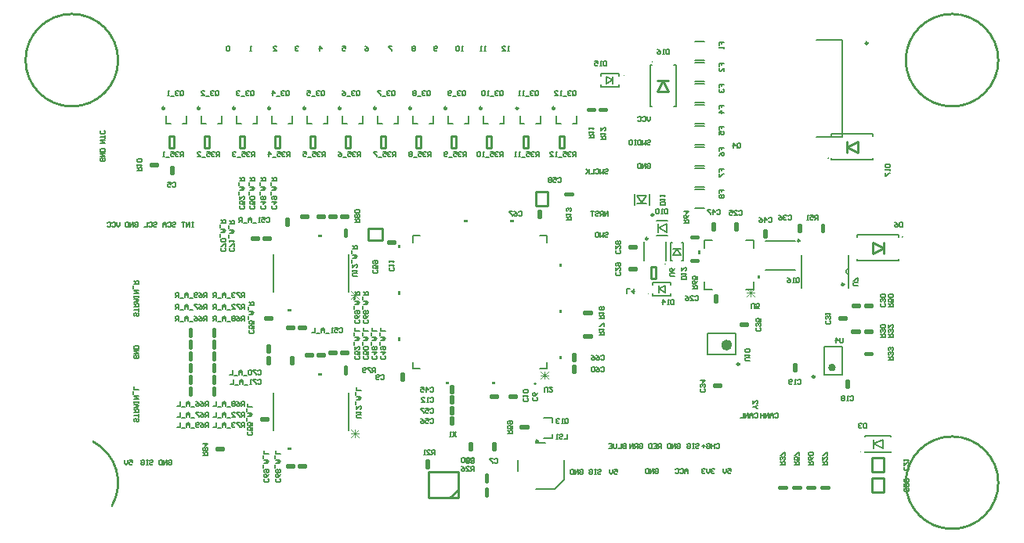
<source format=gbo>
G04*
G04 #@! TF.GenerationSoftware,Altium Limited,Altium Designer,18.1.1 (9)*
G04*
G04 Layer_Color=32896*
%FSAX25Y25*%
%MOIN*%
G70*
G01*
G75*
%ADD10C,0.00984*%
%ADD11C,0.00394*%
%ADD12C,0.02362*%
%ADD13C,0.01000*%
%ADD16C,0.00787*%
%ADD17C,0.00500*%
%ADD18C,0.00300*%
%ADD184C,0.00600*%
%ADD185C,0.01575*%
%ADD186C,0.00299*%
G36*
X0617406Y0562500D02*
Y0561500D01*
X0615906D01*
Y0562500D01*
X0617406Y0562500D01*
D02*
G37*
G36*
X0630406Y0593100D02*
Y0594100D01*
X0628906D01*
Y0593100D01*
X0630406D01*
D02*
G37*
G36*
X0663638Y0609439D02*
X0663638Y0607939D01*
X0662638Y0607939D01*
Y0609439D01*
X0663638Y0609439D01*
D02*
G37*
G36*
X0684482Y0590563D02*
Y0589563D01*
X0682982D01*
Y0590563D01*
X0684482D01*
D02*
G37*
G36*
X0617406Y0621500D02*
X0617406Y0620500D01*
X0615906D01*
Y0621500D01*
X0617406Y0621500D01*
D02*
G37*
G36*
X0630406Y0652100D02*
Y0653100D01*
X0628906D01*
Y0652100D01*
X0630406D01*
D02*
G37*
G36*
X0663638Y0629124D02*
Y0627624D01*
X0662638D01*
X0662638Y0629124D01*
X0663638Y0629124D01*
D02*
G37*
G36*
Y0648809D02*
Y0647309D01*
X0662638D01*
Y0648809D01*
X0663638D01*
D02*
G37*
G36*
X0692356Y0658311D02*
X0690856D01*
X0690856Y0659311D01*
X0692356D01*
X0692356Y0658311D01*
D02*
G37*
G36*
X0712041Y0658311D02*
X0710541D01*
X0710541Y0659311D01*
X0712041D01*
X0712041Y0658311D01*
D02*
G37*
G36*
X0791400Y0646350D02*
Y0644850D01*
X0790400Y0644850D01*
Y0646350D01*
X0791400Y0646350D01*
D02*
G37*
G36*
X0732386Y0639435D02*
X0731386D01*
Y0640935D01*
X0732386D01*
Y0639435D01*
D02*
G37*
G36*
X0816900Y0634450D02*
X0815900D01*
Y0635950D01*
X0816900D01*
Y0634450D01*
D02*
G37*
G36*
X0732386Y0621250D02*
Y0619750D01*
X0731386Y0619750D01*
Y0621250D01*
X0732386Y0621250D01*
D02*
G37*
G36*
Y0600065D02*
X0731386D01*
Y0601565D01*
X0732386D01*
Y0600065D01*
D02*
G37*
G36*
X0704167Y0590563D02*
Y0589563D01*
X0702667D01*
X0702667Y0590563D01*
X0704167Y0590563D01*
D02*
G37*
D10*
X0833618Y0650598D02*
G03*
X0833618Y0650598I-0000394J0000000D01*
G01*
X0862598Y0734732D02*
G03*
X0862598Y0734732I-0000492J0000000D01*
G01*
X0729441Y0707000D02*
G03*
X0729441Y0707000I-0000492J0000000D01*
G01*
X0713941D02*
G03*
X0713941Y0707000I-0000492J0000000D01*
G01*
X0698441D02*
G03*
X0698441Y0707000I-0000492J0000000D01*
G01*
X0683441D02*
G03*
X0683441Y0707000I-0000492J0000000D01*
G01*
X0668441D02*
G03*
X0668441Y0707000I-0000492J0000000D01*
G01*
X0653441D02*
G03*
X0653441Y0707000I-0000492J0000000D01*
G01*
X0638441D02*
G03*
X0638441Y0707000I-0000492J0000000D01*
G01*
X0623441D02*
G03*
X0623441Y0707000I-0000492J0000000D01*
G01*
X0608441D02*
G03*
X0608441Y0707000I-0000492J0000000D01*
G01*
X0593441D02*
G03*
X0593441Y0707000I-0000492J0000000D01*
G01*
X0578441D02*
G03*
X0578441Y0707000I-0000492J0000000D01*
G01*
X0563441D02*
G03*
X0563441Y0707000I-0000492J0000000D01*
G01*
X0807999Y0597982D02*
G03*
X0807999Y0597982I-0000492J0000000D01*
G01*
X0840028Y0592610D02*
G03*
X0840028Y0592610I-0000492J0000000D01*
G01*
X0769055Y0651433D02*
G03*
X0769055Y0651433I-0000492J0000000D01*
G01*
X0771559Y0661563D02*
G03*
X0771559Y0661563I-0000492J0000000D01*
G01*
X0722338Y0565146D02*
G03*
X0722338Y0565146I-0000492J0000000D01*
G01*
D11*
X0859520Y0560653D02*
G03*
X0859520Y0560653I-0000197J0000000D01*
G01*
X0759102Y0720968D02*
G03*
X0759102Y0720968I-0000197J0000000D01*
G01*
X0779728Y0651905D02*
G03*
X0779728Y0651905I-0000197J0000000D01*
G01*
X0769291Y0628031D02*
G03*
X0769291Y0628031I-0000197J0000000D01*
G01*
D12*
X0803766Y0606152D02*
G03*
X0803766Y0606152I-0001181J0000000D01*
G01*
D13*
X0918185Y0727500D02*
G03*
X0918185Y0727500I-0019685J0000000D01*
G01*
Y0547500D02*
G03*
X0918185Y0547500I-0019685J0000000D01*
G01*
X0543685Y0727500D02*
G03*
X0543685Y0727500I-0019685J0000000D01*
G01*
X0541091Y0537734D02*
G03*
X0533188Y0564909I-0017091J0009766D01*
G01*
X0852500Y0632000D02*
G03*
X0852500Y0632000I-0000500J0000000D01*
G01*
X0606000Y0617000D02*
X0609000D01*
X0606000Y0618000D02*
X0609000D01*
Y0617000D02*
Y0618000D01*
X0606000Y0617000D02*
Y0618000D01*
X0850500Y0617000D02*
Y0618000D01*
X0853500Y0617000D02*
Y0618000D01*
X0850500D02*
X0853500D01*
X0850500Y0617000D02*
X0853500D01*
X0846075Y0545106D02*
Y0545894D01*
X0842925Y0545106D02*
Y0545894D01*
X0846075D01*
X0842925Y0545106D02*
X0846075Y0545106D01*
X0840075Y0545894D02*
X0840075Y0545106D01*
X0836925Y0545106D02*
X0836925Y0545894D01*
X0840075D01*
X0836925Y0545106D02*
X0840075Y0545106D01*
X0830925Y0545106D02*
X0834075D01*
X0830925Y0545894D02*
X0834075D01*
X0830925Y0545106D02*
Y0545894D01*
X0834075Y0545106D02*
Y0545894D01*
X0828075Y0545106D02*
Y0545894D01*
X0824925Y0545106D02*
Y0545894D01*
X0828075D01*
X0824925Y0545106D02*
X0828075Y0545106D01*
X0638500Y0661500D02*
X0641500D01*
X0638500Y0660500D02*
X0641500D01*
X0638500D02*
Y0661500D01*
X0641500Y0660500D02*
Y0661500D01*
X0633500D02*
X0636500D01*
X0633500Y0660500D02*
X0636500D01*
X0633500D02*
Y0661500D01*
X0636500Y0660500D02*
Y0661500D01*
X0628500D02*
X0631500D01*
X0628500Y0660500D02*
X0631500D01*
X0628500D02*
Y0661500D01*
X0631500Y0660500D02*
Y0661500D01*
X0621500D02*
X0624500D01*
X0621500Y0660500D02*
X0624500D01*
X0621500D02*
Y0661500D01*
X0624500Y0660500D02*
Y0661500D01*
X0615000Y0657000D02*
Y0660000D01*
X0616000Y0657000D02*
Y0660000D01*
X0615000Y0657000D02*
X0616000D01*
X0615000Y0660000D02*
X0616000D01*
X0600500Y0651000D02*
X0603500D01*
X0600500Y0652000D02*
X0603500D01*
Y0651000D02*
Y0652000D01*
X0600500Y0651000D02*
Y0652000D01*
X0605500Y0651000D02*
X0608500D01*
X0605500Y0652000D02*
X0608500D01*
Y0651000D02*
Y0652000D01*
X0605500Y0651000D02*
Y0652000D01*
X0607000Y0603000D02*
Y0606000D01*
X0608000Y0603000D02*
Y0606000D01*
X0607000Y0603000D02*
X0608000D01*
X0607000Y0606000D02*
X0608000D01*
X0607000Y0598000D02*
Y0601000D01*
X0608000Y0598000D02*
Y0601000D01*
X0607000Y0598000D02*
X0608000D01*
X0607000Y0601000D02*
X0608000D01*
X0617000Y0598000D02*
Y0601000D01*
X0618000Y0598000D02*
Y0601000D01*
X0617000Y0598000D02*
X0618000D01*
X0617000Y0601000D02*
X0618000D01*
X0615500Y0613000D02*
X0618500D01*
X0615500Y0614000D02*
X0618500D01*
Y0613000D02*
Y0614000D01*
X0615500Y0613000D02*
Y0614000D01*
X0620500Y0613000D02*
X0623500D01*
X0620500Y0614000D02*
X0623500D01*
Y0613000D02*
Y0614000D01*
X0620500Y0613000D02*
Y0614000D01*
X0623500Y0602500D02*
X0626500D01*
X0623500Y0601500D02*
X0626500D01*
X0623500D02*
Y0602500D01*
X0626500Y0601500D02*
Y0602500D01*
X0628500D02*
X0631500D01*
X0628500Y0601500D02*
X0631500D01*
X0628500D02*
Y0602500D01*
X0631500Y0601500D02*
Y0602500D01*
X0633500Y0603500D02*
X0636500D01*
X0633500Y0602500D02*
X0636500D01*
X0633500D02*
Y0603500D01*
X0636500Y0602500D02*
Y0603500D01*
X0638500D02*
X0641500D01*
X0638500Y0602500D02*
X0641500D01*
X0638500D02*
Y0603500D01*
X0641500Y0602500D02*
Y0603500D01*
X0584894Y0599925D02*
Y0603075D01*
X0584106Y0599925D02*
Y0603075D01*
Y0599925D02*
X0584894D01*
X0584106Y0603075D02*
X0584894Y0603075D01*
X0574894Y0599925D02*
X0574894Y0603075D01*
X0574106Y0603075D02*
X0574106Y0599925D01*
X0574894D01*
X0574106Y0603075D02*
X0574894Y0603075D01*
X0574894Y0608075D02*
X0574894Y0604925D01*
X0574106Y0608075D02*
X0574106Y0604925D01*
X0574894D01*
X0574106Y0608075D02*
X0574894D01*
X0584106D02*
X0584106Y0604925D01*
X0584894Y0604925D02*
Y0608075D01*
X0584106Y0608075D02*
X0584894Y0608075D01*
X0584106Y0604925D02*
X0584894Y0604925D01*
X0574106Y0609925D02*
Y0613075D01*
X0574894Y0609925D02*
X0574894Y0613075D01*
X0574106Y0613075D02*
X0574894Y0613075D01*
X0574106Y0609925D02*
X0574894D01*
X0584894Y0609925D02*
X0584894Y0613075D01*
X0584106Y0609925D02*
X0584106Y0613075D01*
X0584106Y0609925D02*
X0584894D01*
X0584106Y0613075D02*
X0584894D01*
X0620500Y0554000D02*
X0623500D01*
X0620500Y0555000D02*
X0623500D01*
Y0554000D02*
Y0555000D01*
X0620500Y0554000D02*
Y0555000D01*
X0615500Y0554000D02*
X0618500D01*
X0615500Y0555000D02*
X0618500D01*
Y0554000D02*
Y0555000D01*
X0615500Y0554000D02*
Y0555000D01*
X0604500Y0575000D02*
X0607500D01*
X0604500Y0574000D02*
X0607500D01*
X0604500D02*
Y0575000D01*
X0607500Y0574000D02*
Y0575000D01*
X0584894Y0594925D02*
Y0598075D01*
X0584106Y0594925D02*
Y0598075D01*
Y0594925D02*
X0584894D01*
X0584106Y0598075D02*
X0584894D01*
X0574894Y0594925D02*
Y0598075D01*
X0574106Y0594925D02*
Y0598075D01*
Y0594925D02*
X0574894Y0594925D01*
X0574106Y0598075D02*
X0574894D01*
Y0589925D02*
X0574894Y0593075D01*
X0574106Y0589925D02*
Y0593075D01*
Y0589925D02*
X0574894D01*
X0574106Y0593075D02*
X0574894D01*
X0584106Y0589925D02*
X0584106Y0593075D01*
X0584894Y0589925D02*
Y0593075D01*
X0584106D02*
X0584894D01*
X0584106Y0589925D02*
X0584894D01*
X0574107Y0584925D02*
Y0588075D01*
X0574894Y0584925D02*
Y0588075D01*
X0574107D02*
X0574894D01*
X0574107Y0584925D02*
X0574894D01*
X0584894Y0584925D02*
X0584894Y0588075D01*
X0584106Y0584925D02*
X0584106Y0588075D01*
X0584106Y0584925D02*
X0584894Y0584925D01*
X0584106Y0588075D02*
X0584894D01*
X0705000Y0583811D02*
Y0584811D01*
X0702000Y0583811D02*
Y0584811D01*
Y0583811D02*
X0705000D01*
X0702000Y0584811D02*
X0705000D01*
X0710000Y0583811D02*
Y0584811D01*
X0713000Y0583811D02*
Y0584811D01*
X0710000D02*
X0713000D01*
X0710000Y0583811D02*
X0713000D01*
X0855925Y0611606D02*
Y0612394D01*
X0859075Y0611606D02*
Y0612394D01*
X0855925Y0611606D02*
X0859075D01*
X0855925Y0612394D02*
X0859075Y0612394D01*
X0864575Y0602106D02*
Y0602894D01*
X0861425Y0602106D02*
Y0602894D01*
X0864575Y0602894D01*
X0861425Y0602106D02*
X0864575Y0602106D01*
Y0611606D02*
Y0612394D01*
X0861425Y0611606D02*
Y0612394D01*
X0864575Y0612394D01*
X0861425Y0611606D02*
X0864575D01*
X0787423Y0641706D02*
X0790573Y0641706D01*
X0787423Y0642494D02*
X0790573D01*
X0787423Y0641706D02*
Y0642494D01*
X0790573Y0641706D02*
Y0642494D01*
X0787423Y0651706D02*
X0790573D01*
X0787423Y0652494D02*
X0790573D01*
X0787423Y0651706D02*
X0787423Y0652494D01*
X0790573Y0651706D02*
Y0652494D01*
X0843106Y0654425D02*
X0843894D01*
X0843106Y0657575D02*
X0843894D01*
Y0654425D02*
Y0657575D01*
X0843106Y0654425D02*
Y0657575D01*
X0833000Y0657500D02*
X0834000D01*
X0833000Y0654500D02*
X0834000D01*
Y0657500D01*
X0833000Y0654500D02*
Y0657500D01*
X0726500Y0665500D02*
Y0671500D01*
X0721500Y0665500D02*
Y0671500D01*
Y0665500D02*
X0726500D01*
X0721500Y0671500D02*
X0726500D01*
X0650000Y0650811D02*
Y0655811D01*
X0656000Y0650811D02*
Y0655811D01*
X0650000Y0650811D02*
X0656000D01*
X0650000Y0655811D02*
X0656000D01*
X0565500Y0690000D02*
X0567500D01*
X0565500Y0695000D02*
X0567500D01*
Y0690000D02*
Y0695000D01*
X0565500Y0690000D02*
Y0695000D01*
X0580500Y0690000D02*
X0582500D01*
X0580500Y0695000D02*
X0582500D01*
Y0690000D02*
Y0695000D01*
X0580500Y0690000D02*
Y0695000D01*
X0595500Y0690000D02*
X0597500D01*
X0595500Y0695000D02*
X0597500D01*
Y0690000D02*
Y0695000D01*
X0595500Y0690000D02*
Y0695000D01*
X0610500Y0690000D02*
X0612500D01*
X0610500Y0695000D02*
X0612500D01*
Y0690000D02*
Y0695000D01*
X0610500Y0690000D02*
Y0695000D01*
X0625500Y0690000D02*
X0627500D01*
X0625500Y0695000D02*
X0627500D01*
Y0690000D02*
Y0695000D01*
X0625500Y0690000D02*
Y0695000D01*
X0640500Y0690000D02*
X0642500D01*
X0640500Y0695000D02*
X0642500D01*
Y0690000D02*
Y0695000D01*
X0640500Y0690000D02*
Y0695000D01*
X0655500Y0690000D02*
X0657500D01*
X0655500Y0695000D02*
X0657500D01*
Y0690000D02*
Y0695000D01*
X0655500Y0690000D02*
Y0695000D01*
X0670500Y0690000D02*
X0672500D01*
X0670500Y0695000D02*
X0672500D01*
Y0690000D02*
Y0695000D01*
X0670500Y0690000D02*
Y0695000D01*
X0685500Y0690000D02*
X0687500D01*
X0685500Y0695000D02*
X0687500D01*
Y0690000D02*
Y0695000D01*
X0685500Y0690000D02*
Y0695000D01*
X0700500Y0690000D02*
X0702500D01*
X0700500Y0695000D02*
X0702500D01*
Y0690000D02*
Y0695000D01*
X0700500Y0690000D02*
Y0695000D01*
X0716000Y0690000D02*
X0718000D01*
X0716000Y0695000D02*
X0718000D01*
Y0690000D02*
Y0695000D01*
X0716000Y0690000D02*
Y0695000D01*
X0731500Y0690000D02*
X0733500D01*
X0731500Y0695000D02*
X0733500D01*
Y0690000D02*
Y0695000D01*
X0731500Y0690000D02*
Y0695000D01*
X0700106Y0551075D02*
X0700894D01*
X0700106Y0547925D02*
X0700894D01*
X0700106D02*
Y0551075D01*
X0700894Y0547925D02*
X0700894Y0551075D01*
X0585425Y0562394D02*
X0588575D01*
X0585425Y0561606D02*
X0588575D01*
Y0562394D01*
X0585425Y0561606D02*
Y0562394D01*
X0640106Y0597075D02*
X0640894D01*
X0640106Y0593925D02*
X0640894D01*
X0640106D02*
Y0597075D01*
X0640894Y0593925D02*
Y0597075D01*
X0640106Y0655575D02*
X0640894D01*
X0640106Y0652425D02*
X0640894D01*
X0640106D02*
Y0655575D01*
X0640894Y0652425D02*
Y0655575D01*
X0853638Y0690500D02*
X0858362Y0692862D01*
Y0688138D02*
Y0692862D01*
X0853638Y0690500D02*
X0858362Y0688138D01*
X0853638D02*
Y0692862D01*
X0684841Y0540988D02*
X0688384Y0544531D01*
X0684053Y0540988D02*
X0684841Y0540988D01*
X0688384Y0540988D02*
X0688384Y0552012D01*
X0675786Y0540988D02*
Y0552012D01*
X0688384Y0552012D01*
X0675786Y0540988D02*
X0688384D01*
X0869362Y0645138D02*
Y0649862D01*
X0864638D02*
X0869362Y0647500D01*
X0864638Y0645138D02*
Y0649862D01*
Y0645138D02*
X0869362Y0647500D01*
X0856000Y0622500D02*
X0859000D01*
X0856000Y0623500D02*
X0859000D01*
Y0622500D02*
Y0623500D01*
X0856000Y0622500D02*
Y0623500D01*
X0864500Y0549500D02*
X0869500D01*
X0864500Y0543500D02*
X0869500D01*
X0864500D02*
Y0549500D01*
X0869500Y0543500D02*
Y0549500D01*
X0770500Y0639500D02*
X0772500D01*
X0770500Y0634500D02*
X0772500D01*
X0770500D02*
Y0639500D01*
X0772500Y0634500D02*
Y0639500D01*
X0722500Y0660500D02*
X0723500D01*
X0722500Y0663500D02*
X0723500D01*
X0722500Y0660500D02*
Y0663500D01*
X0723500Y0660500D02*
Y0663500D01*
X0737000Y0602311D02*
X0738000D01*
X0737000Y0599311D02*
X0738000D01*
Y0602311D01*
X0737000Y0599311D02*
Y0602311D01*
Y0597311D02*
X0738000D01*
X0737000Y0594311D02*
X0738000D01*
Y0597311D01*
X0737000Y0594311D02*
Y0597311D01*
X0685000Y0576811D02*
X0686000D01*
X0685000Y0579811D02*
X0686000D01*
X0685000Y0576811D02*
Y0579811D01*
X0686000Y0576811D02*
Y0579811D01*
X0685000Y0572311D02*
X0686000D01*
X0685000Y0575311D02*
X0686000D01*
X0685000Y0572311D02*
Y0575311D01*
X0686000Y0572311D02*
Y0575311D01*
X0685000Y0588811D02*
X0686000D01*
X0685000Y0585811D02*
X0686000D01*
Y0588811D01*
X0685000Y0585811D02*
Y0588811D01*
X0806000Y0655000D02*
X0807000D01*
X0806000Y0658000D02*
X0807000D01*
X0806000Y0655000D02*
Y0658000D01*
X0807000Y0655000D02*
Y0658000D01*
X0796498Y0655100D02*
X0797498D01*
X0796498Y0658100D02*
X0797498D01*
X0796498Y0655100D02*
Y0658100D01*
X0797498Y0655100D02*
Y0658100D01*
X0818500Y0652000D02*
X0819500D01*
X0818500Y0655000D02*
X0819500D01*
X0818500Y0652000D02*
Y0655000D01*
X0819500Y0652000D02*
Y0655000D01*
X0797500Y0627500D02*
X0798500D01*
X0797500Y0624500D02*
X0798500D01*
Y0627500D01*
X0797500Y0624500D02*
Y0627500D01*
X0869500Y0552000D02*
Y0558000D01*
X0864500Y0552000D02*
Y0558000D01*
Y0552000D02*
X0869500D01*
X0864500Y0558000D02*
X0869500D01*
X0714925Y0571650D02*
X0718075Y0571650D01*
X0714925Y0570862D02*
X0718075Y0570862D01*
X0718075Y0571650D02*
X0718075Y0570862D01*
X0714925Y0571650D02*
X0714925Y0570862D01*
X0861425Y0623394D02*
X0864575Y0623394D01*
X0861425Y0622606D02*
X0864575D01*
Y0623394D01*
X0861425Y0622606D02*
Y0623394D01*
X0700894Y0541925D02*
Y0545075D01*
X0700106Y0545075D02*
X0700106Y0541925D01*
X0700894Y0541925D01*
X0700106Y0545075D02*
X0700894Y0545075D01*
X0675622Y0553925D02*
Y0557075D01*
X0674835Y0553925D02*
Y0557075D01*
Y0553925D02*
X0675622Y0553925D01*
X0674835Y0557075D02*
X0675622Y0557075D01*
X0741925Y0619606D02*
X0745075D01*
X0741925Y0620394D02*
X0745075D01*
X0741925Y0619606D02*
X0741925Y0620394D01*
X0745075Y0619606D02*
Y0620394D01*
X0741925Y0610394D02*
X0745075D01*
X0741925Y0609606D02*
X0745075D01*
Y0610394D01*
X0741925Y0609606D02*
Y0610394D01*
X0733925Y0670106D02*
X0737075D01*
X0733925Y0670894D02*
X0737075Y0670894D01*
X0733925Y0670106D02*
Y0670894D01*
X0737075Y0670106D02*
Y0670894D01*
X0748425Y0706894D02*
X0751575D01*
X0748425Y0706106D02*
X0751575D01*
Y0706894D01*
X0748425Y0706106D02*
Y0706894D01*
X0743425D02*
X0746575D01*
X0743425Y0706106D02*
X0746575D01*
Y0706894D01*
X0743425Y0706106D02*
Y0706894D01*
X0557425Y0683394D02*
X0560575D01*
X0557425Y0682606D02*
X0560575D01*
Y0683394D01*
X0557425Y0682606D02*
Y0683394D01*
X0808500Y0614500D02*
X0811500D01*
X0808500Y0615500D02*
X0811500D01*
Y0614500D02*
Y0615500D01*
X0808500Y0614500D02*
Y0615500D01*
X0797244Y0588500D02*
X0800244D01*
X0797244Y0589500D02*
X0800244D01*
Y0588500D02*
Y0589500D01*
X0797244Y0588500D02*
Y0589500D01*
X0761000Y0639000D02*
X0764000D01*
X0761000Y0638000D02*
X0764000D01*
X0761000D02*
Y0639000D01*
X0764000Y0638000D02*
Y0639000D01*
X0761000Y0647500D02*
X0764000D01*
X0761000Y0648500D02*
X0764000D01*
Y0647500D02*
Y0648500D01*
X0761000Y0647500D02*
Y0648500D01*
X0832000Y0595000D02*
Y0598000D01*
X0831000Y0595000D02*
Y0598000D01*
X0832000D01*
X0831000Y0595000D02*
X0832000D01*
X0854500Y0588000D02*
Y0591000D01*
X0853500Y0588000D02*
Y0591000D01*
X0854500D01*
X0853500Y0588000D02*
X0854500D01*
X0685000Y0581311D02*
Y0584311D01*
X0686000Y0581311D02*
Y0584311D01*
X0685000Y0581311D02*
X0686000D01*
X0685000Y0584311D02*
X0686000D01*
X0658500Y0650311D02*
X0661500D01*
X0658500Y0649311D02*
X0661500D01*
X0658500D02*
Y0650311D01*
X0661500Y0649311D02*
Y0650311D01*
X0665000Y0591000D02*
Y0594000D01*
X0664000Y0591000D02*
Y0594000D01*
X0665000D01*
X0664000Y0591000D02*
X0665000D01*
X0693000Y0561311D02*
Y0564311D01*
X0694000Y0561311D02*
Y0564311D01*
X0693000Y0561311D02*
X0694000D01*
X0693000Y0564311D02*
X0694000D01*
X0704000Y0561311D02*
Y0564311D01*
X0703000Y0561311D02*
Y0564311D01*
X0704000D01*
X0703000Y0561311D02*
X0704000D01*
X0567000Y0679000D02*
Y0682000D01*
X0566000Y0679000D02*
Y0682000D01*
X0567000D01*
X0566000Y0679000D02*
X0567000D01*
X0773138Y0718862D02*
X0777862D01*
X0773138Y0714138D02*
X0775500Y0718862D01*
X0773138Y0714138D02*
X0777862D01*
X0775500Y0718862D02*
X0777862Y0714138D01*
D16*
X0845961Y0685776D02*
G03*
X0845961Y0685776I-0000197J0000000D01*
G01*
X0877433Y0652224D02*
G03*
X0877433Y0652224I-0000197J0000000D01*
G01*
X0776587Y0640650D02*
G03*
X0776587Y0640650I-0000197J0000000D01*
G01*
X0770972Y0726736D02*
G03*
X0770972Y0726736I-0000197J0000000D01*
G01*
X0819051Y0650598D02*
X0831650D01*
X0819051Y0638000D02*
X0831650D01*
X0789031Y0672437D02*
X0792968D01*
X0789031Y0664563D02*
X0792968D01*
X0789031Y0673563D02*
X0792968D01*
X0789031Y0681437D02*
X0792968D01*
X0840846Y0736169D02*
X0851870D01*
Y0694831D02*
Y0736169D01*
X0840846Y0694831D02*
X0851870D01*
X0737020Y0700366D02*
X0738890D01*
Y0703909D01*
X0730228Y0700366D02*
X0732098D01*
X0730228D02*
Y0703909D01*
X0714728Y0700366D02*
Y0703909D01*
Y0700366D02*
X0716598D01*
X0723390D02*
Y0703909D01*
X0721520Y0700366D02*
X0723390D01*
X0706020D02*
X0707890D01*
Y0703909D01*
X0699228Y0700366D02*
X0701098D01*
X0699228D02*
Y0703909D01*
X0684228Y0700366D02*
Y0703909D01*
Y0700366D02*
X0686098D01*
X0692890D02*
Y0703909D01*
X0691020Y0700366D02*
X0692890D01*
X0676020D02*
X0677890D01*
Y0703909D01*
X0669228Y0700366D02*
X0671098D01*
X0669228D02*
Y0703909D01*
X0654228Y0700366D02*
Y0703909D01*
Y0700366D02*
X0656098D01*
X0662890D02*
Y0703909D01*
X0661020Y0700366D02*
X0662890D01*
X0646020D02*
X0647890D01*
Y0703909D01*
X0639228Y0700366D02*
X0641098D01*
X0639228D02*
Y0703909D01*
X0624228Y0700366D02*
Y0703909D01*
Y0700366D02*
X0626098D01*
X0632890D02*
Y0703909D01*
X0631020Y0700366D02*
X0632890D01*
X0616020D02*
X0617890D01*
Y0703909D01*
X0609228Y0700366D02*
X0611098D01*
X0609228D02*
Y0703909D01*
X0594228Y0700366D02*
Y0703909D01*
Y0700366D02*
X0596098D01*
X0602890D02*
Y0703909D01*
X0601020Y0700366D02*
X0602890D01*
X0586020D02*
X0587890D01*
Y0703909D01*
X0579228Y0700366D02*
X0581098D01*
X0579228D02*
Y0703909D01*
X0564228Y0700366D02*
Y0703909D01*
Y0700366D02*
X0566098D01*
X0572890D02*
Y0703909D01*
X0571020Y0700366D02*
X0572890D01*
X0864858Y0695126D02*
Y0696012D01*
X0847142Y0695126D02*
Y0696012D01*
X0864858Y0684988D02*
Y0685874D01*
X0847142Y0684988D02*
Y0685874D01*
Y0696012D02*
X0864858D01*
X0847142Y0684988D02*
X0864858D01*
X0794318Y0602215D02*
X0806522D01*
X0794318Y0611270D02*
X0806522D01*
Y0602215D02*
Y0611270D01*
X0794318Y0602215D02*
Y0611270D01*
X0858142Y0653012D02*
X0875858D01*
X0858142Y0641988D02*
X0875858D01*
Y0652126D02*
Y0653012D01*
X0858142Y0652126D02*
Y0653012D01*
X0875858Y0641988D02*
Y0642874D01*
X0858142Y0641988D02*
Y0642874D01*
X0865031Y0564000D02*
X0868968Y0562031D01*
X0865031Y0564000D02*
X0868968Y0565968D01*
Y0562031D02*
Y0565968D01*
X0865031Y0562031D02*
Y0565968D01*
X0861488Y0560457D02*
X0872512D01*
X0861488Y0567543D02*
X0872512D01*
X0861488Y0567150D02*
Y0567543D01*
X0872512Y0567150D02*
Y0567543D01*
Y0560457D02*
Y0560850D01*
X0861488Y0560457D02*
Y0560850D01*
X0751425Y0720575D02*
X0754181Y0719000D01*
X0751425Y0717425D02*
X0754181Y0719000D01*
X0754181Y0717425D02*
Y0720575D01*
X0751425Y0717425D02*
Y0720575D01*
X0749260Y0716244D02*
Y0717031D01*
X0756740Y0716244D02*
Y0717031D01*
X0749260Y0720968D02*
Y0721756D01*
X0756740Y0720968D02*
Y0721756D01*
X0749260Y0716244D02*
X0756740D01*
X0749260Y0721756D02*
X0756740D01*
X0776783Y0642028D02*
Y0649311D01*
Y0650295D01*
X0767335Y0643012D02*
Y0650295D01*
Y0642028D02*
Y0643012D01*
X0844260Y0593398D02*
Y0605602D01*
X0851740Y0593398D02*
Y0605602D01*
X0844260Y0593398D02*
X0851740D01*
X0844260Y0605602D02*
X0851740D01*
X0713657Y0552394D02*
X0713657Y0557118D01*
X0721531Y0564599D02*
X0725468D01*
X0733342Y0548851D02*
X0733342Y0557118D01*
X0729405Y0544914D02*
X0733342Y0548851D01*
X0721531Y0544914D02*
X0729405Y0544914D01*
X0772638Y0659150D02*
X0777362D01*
X0772638Y0652850D02*
X0777362D01*
X0773425Y0654032D02*
Y0657969D01*
X0773819Y0656000D02*
X0776968Y0654031D01*
X0773819Y0656000D02*
X0776968Y0657968D01*
Y0654031D02*
Y0657968D01*
X0763350Y0665638D02*
Y0670362D01*
X0769650Y0665638D02*
Y0670362D01*
X0764531Y0666425D02*
X0768468D01*
X0766500Y0666819D02*
X0768468Y0669968D01*
X0764531D02*
X0766500Y0666819D01*
X0764531Y0669968D02*
X0768468D01*
X0789031Y0682563D02*
X0792968D01*
X0789031Y0690437D02*
X0792968D01*
X0728480Y0573217D02*
Y0575087D01*
X0724937Y0575087D02*
X0728480Y0575087D01*
Y0566425D02*
X0728480Y0568295D01*
X0724937Y0566425D02*
X0728480Y0566425D01*
X0789031Y0717437D02*
X0792968D01*
X0789031Y0709563D02*
X0792968D01*
X0769988Y0707642D02*
Y0725358D01*
X0781012Y0707642D02*
Y0725358D01*
X0769988D02*
X0770874D01*
X0769988Y0707642D02*
X0770874D01*
X0780126Y0725358D02*
X0781012D01*
X0780126Y0707642D02*
X0781012D01*
X0789031Y0727563D02*
X0792968D01*
X0789031Y0735437D02*
X0792968D01*
X0789031Y0726437D02*
X0792968D01*
X0789031Y0718563D02*
X0792968D01*
X0779925Y0644425D02*
X0781500Y0647181D01*
X0783075Y0644425D01*
X0779925Y0647181D02*
X0783075D01*
X0779925Y0644425D02*
X0783075D01*
X0783468Y0642260D02*
X0784256D01*
X0783468Y0649740D02*
X0784256D01*
X0778744Y0642260D02*
X0779531D01*
X0778744Y0649740D02*
X0779531D01*
X0784256Y0642260D02*
Y0649740D01*
X0778744Y0642260D02*
Y0649740D01*
X0771260Y0627244D02*
X0778740D01*
X0771260Y0632756D02*
X0778740Y0632756D01*
X0771260Y0627244D02*
Y0628031D01*
X0778740Y0627244D02*
Y0628031D01*
X0771260Y0631968D02*
Y0632756D01*
X0778740Y0631968D02*
Y0632756D01*
X0776575Y0628425D02*
Y0631575D01*
X0773819D02*
X0773819Y0628425D01*
X0773819Y0630000D02*
X0776575Y0631575D01*
X0773819Y0630000D02*
X0776575Y0628425D01*
X0789031Y0700563D02*
X0792968D01*
X0789031Y0708437D02*
X0792968D01*
X0789031Y0699437D02*
X0792968D01*
X0789031Y0691563D02*
X0792968D01*
D17*
X0552166Y0619835D02*
X0552499Y0619502D01*
Y0618836D01*
X0552166Y0618502D01*
X0551833D01*
X0551500Y0618836D01*
Y0619502D01*
X0551166Y0619835D01*
X0550833D01*
X0550500Y0619502D01*
Y0618836D01*
X0550833Y0618502D01*
X0552499Y0620502D02*
Y0621835D01*
Y0621168D01*
X0550500D01*
Y0622501D02*
X0552499D01*
Y0623501D01*
X0552166Y0623834D01*
X0551500D01*
X0551166Y0623501D01*
Y0622501D01*
Y0623168D02*
X0550500Y0623834D01*
Y0624501D02*
X0551833D01*
X0552499Y0625167D01*
X0551833Y0625833D01*
X0550500D01*
X0551500D01*
Y0624501D01*
X0552499Y0626500D02*
Y0627166D01*
Y0626833D01*
X0550500D01*
Y0626500D01*
Y0627166D01*
Y0628166D02*
X0552499D01*
X0550500Y0629499D01*
X0552499D01*
X0550167Y0630165D02*
Y0631498D01*
X0550500Y0632165D02*
X0552499D01*
Y0633164D01*
X0552166Y0633498D01*
X0551500D01*
X0551166Y0633164D01*
Y0632165D01*
Y0632831D02*
X0550500Y0633498D01*
X0552166Y0574835D02*
X0552499Y0574502D01*
Y0573836D01*
X0552166Y0573502D01*
X0551833D01*
X0551500Y0573836D01*
Y0574502D01*
X0551166Y0574835D01*
X0550833D01*
X0550500Y0574502D01*
Y0573836D01*
X0550833Y0573502D01*
X0552499Y0575502D02*
Y0576835D01*
Y0576168D01*
X0550500D01*
Y0577501D02*
X0552499D01*
Y0578501D01*
X0552166Y0578834D01*
X0551500D01*
X0551166Y0578501D01*
Y0577501D01*
Y0578168D02*
X0550500Y0578834D01*
Y0579500D02*
X0551833D01*
X0552499Y0580167D01*
X0551833Y0580833D01*
X0550500D01*
X0551500D01*
Y0579500D01*
X0552499Y0581500D02*
Y0582166D01*
Y0581833D01*
X0550500D01*
Y0581500D01*
Y0582166D01*
Y0583166D02*
X0552499D01*
X0550500Y0584499D01*
X0552499D01*
X0550167Y0585165D02*
Y0586498D01*
X0552499Y0587165D02*
X0550500D01*
Y0588498D01*
X0552166Y0601833D02*
X0552499Y0601500D01*
Y0600833D01*
X0552166Y0600500D01*
X0550833D01*
X0550500Y0600833D01*
Y0601500D01*
X0550833Y0601833D01*
X0551500D01*
Y0601166D01*
X0550500Y0602499D02*
X0552499D01*
X0550500Y0603832D01*
X0552499D01*
Y0604499D02*
X0550500D01*
Y0605498D01*
X0550833Y0605832D01*
X0552166D01*
X0552499Y0605498D01*
Y0604499D01*
X0536000Y0692271D02*
X0537999D01*
X0536000Y0693604D01*
X0537999D01*
Y0694271D02*
Y0695603D01*
Y0694937D01*
X0536000D01*
X0537666Y0697603D02*
X0537999Y0697270D01*
Y0696603D01*
X0537666Y0696270D01*
X0536333D01*
X0536000Y0696603D01*
Y0697270D01*
X0536333Y0697603D01*
X0537666Y0685730D02*
X0537999Y0685397D01*
Y0684730D01*
X0537666Y0684397D01*
X0536333D01*
X0536000Y0684730D01*
Y0685397D01*
X0536333Y0685730D01*
X0537000D01*
Y0685064D01*
X0536000Y0686397D02*
X0537999D01*
X0536000Y0687729D01*
X0537999D01*
Y0688396D02*
X0536000D01*
Y0689396D01*
X0536333Y0689729D01*
X0537666D01*
X0537999Y0689396D01*
Y0688396D01*
X0566707Y0658166D02*
X0567040Y0658499D01*
X0567707D01*
X0568040Y0658166D01*
Y0657833D01*
X0567707Y0657500D01*
X0567040D01*
X0566707Y0657166D01*
Y0656833D01*
X0567040Y0656500D01*
X0567707D01*
X0568040Y0656833D01*
X0564708Y0658166D02*
X0565041Y0658499D01*
X0565707D01*
X0566041Y0658166D01*
Y0656833D01*
X0565707Y0656500D01*
X0565041D01*
X0564708Y0656833D01*
X0564041Y0656500D02*
Y0657833D01*
X0563375Y0658499D01*
X0562708Y0657833D01*
Y0656500D01*
Y0657500D01*
X0564041D01*
X0558833Y0658166D02*
X0559166Y0658499D01*
X0559833D01*
X0560166Y0658166D01*
Y0657833D01*
X0559833Y0657500D01*
X0559166D01*
X0558833Y0657166D01*
Y0656833D01*
X0559166Y0656500D01*
X0559833D01*
X0560166Y0656833D01*
X0556834Y0658166D02*
X0557167Y0658499D01*
X0557833D01*
X0558167Y0658166D01*
Y0656833D01*
X0557833Y0656500D01*
X0557167D01*
X0556834Y0656833D01*
X0556167Y0658499D02*
Y0656500D01*
X0554834D01*
X0544366Y0658499D02*
Y0657166D01*
X0543699Y0656500D01*
X0543033Y0657166D01*
Y0658499D01*
X0541034Y0658166D02*
X0541367Y0658499D01*
X0542033D01*
X0542367Y0658166D01*
Y0656833D01*
X0542033Y0656500D01*
X0541367D01*
X0541034Y0656833D01*
X0539034Y0658166D02*
X0539367Y0658499D01*
X0540034D01*
X0540367Y0658166D01*
Y0656833D01*
X0540034Y0656500D01*
X0539367D01*
X0539034Y0656833D01*
X0575747Y0658499D02*
X0575081D01*
X0575414D01*
Y0656500D01*
X0575747D01*
X0575081D01*
X0574081D02*
Y0658499D01*
X0572748Y0656500D01*
Y0658499D01*
X0572082D02*
X0570749D01*
X0571415D01*
Y0656500D01*
X0550933Y0658166D02*
X0551266Y0658499D01*
X0551933D01*
X0552266Y0658166D01*
Y0656833D01*
X0551933Y0656500D01*
X0551266D01*
X0550933Y0656833D01*
Y0657500D01*
X0551599D01*
X0550267Y0656500D02*
Y0658499D01*
X0548934Y0656500D01*
Y0658499D01*
X0548267D02*
Y0656500D01*
X0547267D01*
X0546934Y0656833D01*
Y0658166D01*
X0547267Y0658499D01*
X0548267D01*
X0750667Y0653666D02*
X0751000Y0653999D01*
X0751667D01*
X0752000Y0653666D01*
Y0653333D01*
X0751667Y0653000D01*
X0751000D01*
X0750667Y0652666D01*
Y0652333D01*
X0751000Y0652000D01*
X0751667D01*
X0752000Y0652333D01*
X0750001Y0653999D02*
Y0652000D01*
X0749334Y0652666D01*
X0748668Y0652000D01*
Y0653999D01*
X0747002D02*
X0747668D01*
X0748001Y0653666D01*
Y0652333D01*
X0747668Y0652000D01*
X0747002D01*
X0746668Y0652333D01*
Y0653666D01*
X0747002Y0653999D01*
X0752000Y0661000D02*
Y0662999D01*
X0750667Y0661000D01*
Y0662999D01*
X0750001Y0661000D02*
Y0662999D01*
X0749001D01*
X0748668Y0662666D01*
Y0662000D01*
X0749001Y0661666D01*
X0750001D01*
X0749334D02*
X0748668Y0661000D01*
X0746668Y0662666D02*
X0747002Y0662999D01*
X0747668D01*
X0748001Y0662666D01*
Y0662333D01*
X0747668Y0662000D01*
X0747002D01*
X0746668Y0661666D01*
Y0661333D01*
X0747002Y0661000D01*
X0747668D01*
X0748001Y0661333D01*
X0746002Y0662999D02*
X0744669D01*
X0745335D01*
Y0661000D01*
X0750667Y0680666D02*
X0751000Y0680999D01*
X0751667D01*
X0752000Y0680666D01*
Y0680333D01*
X0751667Y0680000D01*
X0751000D01*
X0750667Y0679666D01*
Y0679333D01*
X0751000Y0679000D01*
X0751667D01*
X0752000Y0679333D01*
X0750001Y0680999D02*
Y0679000D01*
X0749334Y0679666D01*
X0748668Y0679000D01*
Y0680999D01*
X0746668Y0680666D02*
X0747002Y0680999D01*
X0747668D01*
X0748001Y0680666D01*
Y0679333D01*
X0747668Y0679000D01*
X0747002D01*
X0746668Y0679333D01*
X0746002Y0680999D02*
Y0679000D01*
X0744669D01*
X0744003Y0680999D02*
Y0679000D01*
Y0679666D01*
X0742670Y0680999D01*
X0743669Y0680000D01*
X0742670Y0679000D01*
X0768667Y0683166D02*
X0769000Y0683499D01*
X0769667D01*
X0770000Y0683166D01*
Y0681833D01*
X0769667Y0681500D01*
X0769000D01*
X0768667Y0681833D01*
Y0682500D01*
X0769334D01*
X0768001Y0681500D02*
Y0683499D01*
X0766668Y0681500D01*
Y0683499D01*
X0766001D02*
Y0681500D01*
X0765002D01*
X0764668Y0681833D01*
Y0683166D01*
X0765002Y0683499D01*
X0766001D01*
X0768667Y0693166D02*
X0769000Y0693499D01*
X0769667D01*
X0770000Y0693166D01*
Y0692833D01*
X0769667Y0692500D01*
X0769000D01*
X0768667Y0692166D01*
Y0691833D01*
X0769000Y0691500D01*
X0769667D01*
X0770000Y0691833D01*
X0768001Y0693499D02*
Y0691500D01*
X0767334Y0692166D01*
X0766668Y0691500D01*
Y0693499D01*
X0766001D02*
Y0691500D01*
X0765002D01*
X0764668Y0691833D01*
Y0693166D01*
X0765002Y0693499D01*
X0766001D01*
X0764002D02*
X0763336D01*
X0763669D01*
Y0691500D01*
X0764002D01*
X0763336D01*
X0761336Y0693499D02*
X0762003D01*
X0762336Y0693166D01*
Y0691833D01*
X0762003Y0691500D01*
X0761336D01*
X0761003Y0691833D01*
Y0693166D01*
X0761336Y0693499D01*
X0770000Y0703499D02*
Y0702166D01*
X0769334Y0701500D01*
X0768667Y0702166D01*
Y0703499D01*
X0766668Y0703166D02*
X0767001Y0703499D01*
X0767667D01*
X0768001Y0703166D01*
Y0701833D01*
X0767667Y0701500D01*
X0767001D01*
X0766668Y0701833D01*
X0764668Y0703166D02*
X0765002Y0703499D01*
X0765668D01*
X0766001Y0703166D01*
Y0701833D01*
X0765668Y0701500D01*
X0765002D01*
X0764668Y0701833D01*
X0774703Y0562000D02*
Y0563999D01*
X0773703D01*
X0773370Y0563666D01*
Y0563000D01*
X0773703Y0562666D01*
X0774703D01*
X0774036D02*
X0773370Y0562000D01*
X0771371Y0563999D02*
X0772704D01*
Y0562000D01*
X0771371D01*
X0772704Y0563000D02*
X0772037D01*
X0770704Y0563999D02*
Y0562000D01*
X0769704D01*
X0769371Y0562333D01*
Y0563666D01*
X0769704Y0563999D01*
X0770704D01*
X0765470Y0563666D02*
X0765803Y0563999D01*
X0766470D01*
X0766803Y0563666D01*
Y0562333D01*
X0766470Y0562000D01*
X0765803D01*
X0765470Y0562333D01*
Y0563000D01*
X0766136D01*
X0764804Y0562000D02*
Y0563999D01*
X0763804D01*
X0763471Y0563666D01*
Y0563000D01*
X0763804Y0562666D01*
X0764804D01*
X0764137D02*
X0763471Y0562000D01*
X0762804D02*
Y0563999D01*
X0761471Y0562000D01*
Y0563999D01*
X0759929D02*
Y0562000D01*
X0758929D01*
X0758596Y0562333D01*
Y0562666D01*
X0758929Y0563000D01*
X0759929D01*
X0758929D01*
X0758596Y0563333D01*
Y0563666D01*
X0758929Y0563999D01*
X0759929D01*
X0757929D02*
Y0562000D01*
X0756596D01*
X0755930Y0563999D02*
Y0562333D01*
X0755597Y0562000D01*
X0754930D01*
X0754597Y0562333D01*
Y0563999D01*
X0752598D02*
X0753930D01*
Y0562000D01*
X0752598D01*
X0753930Y0563000D02*
X0753264D01*
X0781459Y0563666D02*
X0781792Y0563999D01*
X0782459D01*
X0782792Y0563666D01*
Y0562333D01*
X0782459Y0562000D01*
X0781792D01*
X0781459Y0562333D01*
Y0563000D01*
X0782125D01*
X0780792Y0562000D02*
Y0563999D01*
X0779459Y0562000D01*
Y0563999D01*
X0778793D02*
Y0562000D01*
X0777793D01*
X0777460Y0562333D01*
Y0563666D01*
X0777793Y0563999D01*
X0778793D01*
X0798018Y0563666D02*
X0798351Y0563999D01*
X0799017D01*
X0799351Y0563666D01*
Y0562333D01*
X0799017Y0562000D01*
X0798351D01*
X0798018Y0562333D01*
X0797351Y0563999D02*
Y0562000D01*
Y0563000D01*
X0796018D01*
Y0563999D01*
Y0562000D01*
X0794019Y0563666D02*
X0794352Y0563999D01*
X0795019D01*
X0795352Y0563666D01*
Y0562333D01*
X0795019Y0562000D01*
X0794352D01*
X0794019Y0562333D01*
Y0563000D01*
X0794685D01*
X0793353D02*
X0792020D01*
X0792686Y0563666D02*
Y0562333D01*
X0789333Y0563666D02*
X0789666Y0563999D01*
X0790333D01*
X0790666Y0563666D01*
Y0563333D01*
X0790333Y0563000D01*
X0789666D01*
X0789333Y0562666D01*
Y0562333D01*
X0789666Y0562000D01*
X0790333D01*
X0790666Y0562333D01*
X0788666Y0563999D02*
X0788000D01*
X0788333D01*
Y0562000D01*
X0788666D01*
X0788000D01*
X0785667Y0563666D02*
X0786001Y0563999D01*
X0786667D01*
X0787000Y0563666D01*
Y0562333D01*
X0786667Y0562000D01*
X0786001D01*
X0785667Y0562333D01*
Y0563000D01*
X0786334D01*
X0565207Y0556666D02*
X0565540Y0556999D01*
X0566207D01*
X0566540Y0556666D01*
Y0555333D01*
X0566207Y0555000D01*
X0565540D01*
X0565207Y0555333D01*
Y0556000D01*
X0565873D01*
X0564540Y0555000D02*
Y0556999D01*
X0563208Y0555000D01*
Y0556999D01*
X0562541D02*
Y0555000D01*
X0561541D01*
X0561208Y0555333D01*
Y0556666D01*
X0561541Y0556999D01*
X0562541D01*
X0548459D02*
X0549792D01*
Y0556000D01*
X0549126Y0556333D01*
X0548793D01*
X0548459Y0556000D01*
Y0555333D01*
X0548793Y0555000D01*
X0549459D01*
X0549792Y0555333D01*
X0547793Y0556999D02*
Y0555666D01*
X0547126Y0555000D01*
X0546460Y0555666D01*
Y0556999D01*
X0557166Y0556666D02*
X0557500Y0556999D01*
X0558166D01*
X0558499Y0556666D01*
Y0556333D01*
X0558166Y0556000D01*
X0557500D01*
X0557166Y0555666D01*
Y0555333D01*
X0557500Y0555000D01*
X0558166D01*
X0558499Y0555333D01*
X0556500Y0556999D02*
X0555833D01*
X0556167D01*
Y0555000D01*
X0556500D01*
X0555833D01*
X0553501Y0556666D02*
X0553834Y0556999D01*
X0554500D01*
X0554834Y0556666D01*
Y0555333D01*
X0554500Y0555000D01*
X0553834D01*
X0553501Y0555333D01*
Y0556000D01*
X0554167D01*
X0747833Y0552666D02*
X0748166Y0552999D01*
X0748833D01*
X0749166Y0552666D01*
Y0552333D01*
X0748833Y0552000D01*
X0748166D01*
X0747833Y0551666D01*
Y0551333D01*
X0748166Y0551000D01*
X0748833D01*
X0749166Y0551333D01*
X0747166Y0552999D02*
X0746500D01*
X0746833D01*
Y0551000D01*
X0747166D01*
X0746500D01*
X0744167Y0552666D02*
X0744501Y0552999D01*
X0745167D01*
X0745500Y0552666D01*
Y0551333D01*
X0745167Y0551000D01*
X0744501D01*
X0744167Y0551333D01*
Y0552000D01*
X0744834D01*
X0754707Y0552999D02*
X0756040D01*
Y0552000D01*
X0755374Y0552333D01*
X0755040D01*
X0754707Y0552000D01*
Y0551333D01*
X0755040Y0551000D01*
X0755707D01*
X0756040Y0551333D01*
X0754041Y0552999D02*
Y0551666D01*
X0753374Y0551000D01*
X0752708Y0551666D01*
Y0552999D01*
X0739959Y0552666D02*
X0740292Y0552999D01*
X0740959D01*
X0741292Y0552666D01*
Y0551333D01*
X0740959Y0551000D01*
X0740292D01*
X0739959Y0551333D01*
Y0552000D01*
X0740625D01*
X0739292Y0551000D02*
Y0552999D01*
X0737959Y0551000D01*
Y0552999D01*
X0737293D02*
Y0551000D01*
X0736293D01*
X0735960Y0551333D01*
Y0552666D01*
X0736293Y0552999D01*
X0737293D01*
X0710000Y0731500D02*
X0709334D01*
X0709667D01*
Y0733499D01*
X0710000Y0733166D01*
X0707001Y0731500D02*
X0708334D01*
X0707001Y0732833D01*
Y0733166D01*
X0707334Y0733499D01*
X0708001D01*
X0708334Y0733166D01*
X0700000Y0731500D02*
X0699334D01*
X0699667D01*
Y0733499D01*
X0700000Y0733166D01*
X0698334Y0731500D02*
X0697667D01*
X0698001D01*
Y0733499D01*
X0698334Y0733166D01*
X0690500Y0731500D02*
X0689834D01*
X0690167D01*
Y0733499D01*
X0690500Y0733166D01*
X0688834D02*
X0688501Y0733499D01*
X0687834D01*
X0687501Y0733166D01*
Y0731833D01*
X0687834Y0731500D01*
X0688501D01*
X0688834Y0731833D01*
Y0733166D01*
X0679500Y0731833D02*
X0679167Y0731500D01*
X0678500D01*
X0678167Y0731833D01*
Y0733166D01*
X0678500Y0733499D01*
X0679167D01*
X0679500Y0733166D01*
Y0732833D01*
X0679167Y0732500D01*
X0678167D01*
X0670000Y0733166D02*
X0669667Y0733499D01*
X0669000D01*
X0668667Y0733166D01*
Y0732833D01*
X0669000Y0732500D01*
X0668667Y0732166D01*
Y0731833D01*
X0669000Y0731500D01*
X0669667D01*
X0670000Y0731833D01*
Y0732166D01*
X0669667Y0732500D01*
X0670000Y0732833D01*
Y0733166D01*
X0669667Y0732500D02*
X0669000D01*
X0660000Y0733499D02*
X0658667D01*
Y0733166D01*
X0660000Y0731833D01*
Y0731500D01*
X0648667Y0733499D02*
X0649334Y0733166D01*
X0650000Y0732500D01*
Y0731833D01*
X0649667Y0731500D01*
X0649000D01*
X0648667Y0731833D01*
Y0732166D01*
X0649000Y0732500D01*
X0650000D01*
X0639167Y0733499D02*
X0640500D01*
Y0732500D01*
X0639834Y0732833D01*
X0639500D01*
X0639167Y0732500D01*
Y0731833D01*
X0639500Y0731500D01*
X0640167D01*
X0640500Y0731833D01*
X0629500Y0731500D02*
Y0733499D01*
X0630500Y0732500D01*
X0629167D01*
X0620500Y0733166D02*
X0620167Y0733499D01*
X0619500D01*
X0619167Y0733166D01*
Y0732833D01*
X0619500Y0732500D01*
X0619834D01*
X0619500D01*
X0619167Y0732166D01*
Y0731833D01*
X0619500Y0731500D01*
X0620167D01*
X0620500Y0731833D01*
X0609667Y0731500D02*
X0611000D01*
X0609667Y0732833D01*
Y0733166D01*
X0610000Y0733499D01*
X0610667D01*
X0611000Y0733166D01*
X0600500Y0731500D02*
X0599834D01*
X0600167D01*
Y0733499D01*
X0600500Y0733166D01*
X0591000D02*
X0590667Y0733499D01*
X0590000D01*
X0589667Y0733166D01*
Y0731833D01*
X0590000Y0731500D01*
X0590667D01*
X0591000Y0731833D01*
Y0733166D01*
X0772167Y0553166D02*
X0772500Y0553499D01*
X0773167D01*
X0773500Y0553166D01*
Y0551833D01*
X0773167Y0551500D01*
X0772500D01*
X0772167Y0551833D01*
Y0552500D01*
X0772834D01*
X0771501Y0551500D02*
Y0553499D01*
X0770168Y0551500D01*
Y0553499D01*
X0769501D02*
Y0551500D01*
X0768502D01*
X0768168Y0551833D01*
Y0553166D01*
X0768502Y0553499D01*
X0769501D01*
X0797500Y0553166D02*
X0797167Y0553499D01*
X0796500D01*
X0796167Y0553166D01*
Y0552833D01*
X0796500Y0552500D01*
X0796834D01*
X0796500D01*
X0796167Y0552167D01*
Y0551833D01*
X0796500Y0551500D01*
X0797167D01*
X0797500Y0551833D01*
X0795501Y0553499D02*
Y0552167D01*
X0794834Y0551500D01*
X0794168Y0552167D01*
Y0553499D01*
X0793501Y0553166D02*
X0793168Y0553499D01*
X0792502D01*
X0792168Y0553166D01*
Y0552833D01*
X0792502Y0552500D01*
X0792835D01*
X0792502D01*
X0792168Y0552167D01*
Y0551833D01*
X0792502Y0551500D01*
X0793168D01*
X0793501Y0551833D01*
X0803167Y0553499D02*
X0804500D01*
Y0552500D01*
X0803834Y0552833D01*
X0803500D01*
X0803167Y0552500D01*
Y0551833D01*
X0803500Y0551500D01*
X0804167D01*
X0804500Y0551833D01*
X0802501Y0553499D02*
Y0552166D01*
X0801834Y0551500D01*
X0801168Y0552166D01*
Y0553499D01*
X0814396Y0576666D02*
X0814729Y0576999D01*
X0815395D01*
X0815728Y0576666D01*
Y0575333D01*
X0815395Y0575000D01*
X0814729D01*
X0814396Y0575333D01*
X0813729Y0575000D02*
Y0576333D01*
X0813063Y0576999D01*
X0812396Y0576333D01*
Y0575000D01*
Y0576000D01*
X0813729D01*
X0811730Y0575000D02*
Y0576999D01*
X0810397Y0575000D01*
Y0576999D01*
X0809730D02*
Y0575000D01*
X0808397D01*
X0823270Y0576666D02*
X0823603Y0576999D01*
X0824269D01*
X0824603Y0576666D01*
Y0575333D01*
X0824269Y0575000D01*
X0823603D01*
X0823270Y0575333D01*
X0822603Y0575000D02*
Y0576333D01*
X0821937Y0576999D01*
X0821270Y0576333D01*
Y0575000D01*
Y0576000D01*
X0822603D01*
X0820604Y0575000D02*
Y0576999D01*
X0819271Y0575000D01*
Y0576999D01*
X0818604D02*
Y0575000D01*
Y0576000D01*
X0817272D01*
Y0576999D01*
Y0575000D01*
X0786000Y0551500D02*
Y0552833D01*
X0785334Y0553499D01*
X0784667Y0552833D01*
Y0551500D01*
Y0552500D01*
X0786000D01*
X0782668Y0553166D02*
X0783001Y0553499D01*
X0783667D01*
X0784001Y0553166D01*
Y0551833D01*
X0783667Y0551500D01*
X0783001D01*
X0782668Y0551833D01*
X0780668Y0553166D02*
X0781002Y0553499D01*
X0781668D01*
X0782001Y0553166D01*
Y0551833D01*
X0781668Y0551500D01*
X0781002D01*
X0780668Y0551833D01*
X0579900Y0559300D02*
X0581899D01*
Y0560300D01*
X0581566Y0560633D01*
X0580900D01*
X0580566Y0560300D01*
Y0559300D01*
Y0559966D02*
X0579900Y0560633D01*
X0581566Y0561299D02*
X0581899Y0561633D01*
Y0562299D01*
X0581566Y0562632D01*
X0581233D01*
X0580900Y0562299D01*
X0580566Y0562632D01*
X0580233D01*
X0579900Y0562299D01*
Y0561633D01*
X0580233Y0561299D01*
X0580566D01*
X0580900Y0561633D01*
X0581233Y0561299D01*
X0581566D01*
X0580900Y0561633D02*
Y0562299D01*
X0579900Y0564298D02*
X0581899D01*
X0580900Y0563299D01*
Y0564632D01*
X0644500Y0658500D02*
X0646499D01*
Y0659500D01*
X0646166Y0659833D01*
X0645500D01*
X0645166Y0659500D01*
Y0658500D01*
Y0659166D02*
X0644500Y0659833D01*
X0646166Y0660499D02*
X0646499Y0660833D01*
Y0661499D01*
X0646166Y0661832D01*
X0645833D01*
X0645500Y0661499D01*
X0645166Y0661832D01*
X0644833D01*
X0644500Y0661499D01*
Y0660833D01*
X0644833Y0660499D01*
X0645166D01*
X0645500Y0660833D01*
X0645833Y0660499D01*
X0646166D01*
X0645500Y0660833D02*
Y0661499D01*
X0646166Y0662499D02*
X0646499Y0662832D01*
Y0663498D01*
X0646166Y0663832D01*
X0644833D01*
X0644500Y0663498D01*
Y0662832D01*
X0644833Y0662499D01*
X0646166D01*
X0653000Y0594500D02*
Y0596499D01*
X0652000D01*
X0651667Y0596166D01*
Y0595500D01*
X0652000Y0595166D01*
X0653000D01*
X0652334D02*
X0651667Y0594500D01*
X0651001Y0596499D02*
X0649668D01*
Y0596166D01*
X0651001Y0594833D01*
Y0594500D01*
X0649001Y0594833D02*
X0648668Y0594500D01*
X0648002D01*
X0647668Y0594833D01*
Y0596166D01*
X0648002Y0596499D01*
X0648668D01*
X0649001Y0596166D01*
Y0595833D01*
X0648668Y0595500D01*
X0647668D01*
X0777500Y0664099D02*
Y0662100D01*
X0776500D01*
X0776167Y0662433D01*
Y0663766D01*
X0776500Y0664099D01*
X0777500D01*
X0775501Y0662100D02*
X0774834D01*
X0775167D01*
Y0664099D01*
X0775501Y0663766D01*
X0773835D02*
X0773501Y0664099D01*
X0772835D01*
X0772502Y0663766D01*
Y0662433D01*
X0772835Y0662100D01*
X0773501D01*
X0773835Y0662433D01*
Y0663766D01*
X0807167Y0690333D02*
Y0691666D01*
X0807500Y0691999D01*
X0808167D01*
X0808500Y0691666D01*
Y0690333D01*
X0808167Y0690000D01*
X0807500D01*
X0807834Y0690666D02*
X0807167Y0690000D01*
X0807500D02*
X0807167Y0690333D01*
X0805501Y0690000D02*
Y0691999D01*
X0806501Y0691000D01*
X0805168D01*
X0687500Y0568999D02*
X0686167Y0567000D01*
Y0568999D02*
X0687500Y0567000D01*
X0685501D02*
X0684834D01*
X0685167D01*
Y0568999D01*
X0685501Y0568666D01*
X0645499Y0635500D02*
X0643833D01*
X0643500Y0635833D01*
Y0636500D01*
X0643833Y0636833D01*
X0645499D01*
X0643500Y0637499D02*
Y0638166D01*
Y0637833D01*
X0645499D01*
X0645166Y0637499D01*
X0643500Y0640498D02*
Y0639165D01*
X0644833Y0640498D01*
X0645166D01*
X0645499Y0640165D01*
Y0639499D01*
X0645166Y0639165D01*
X0643167Y0641165D02*
Y0642498D01*
X0643500Y0643164D02*
X0644833D01*
X0645499Y0643831D01*
X0644833Y0644497D01*
X0643500D01*
X0644500D01*
Y0643164D01*
X0643167Y0645163D02*
Y0646496D01*
X0643500Y0647163D02*
X0645499D01*
Y0648163D01*
X0645166Y0648496D01*
X0644500D01*
X0644166Y0648163D01*
Y0647163D01*
Y0647829D02*
X0643500Y0648496D01*
X0646999Y0575000D02*
X0645333D01*
X0645000Y0575333D01*
Y0576000D01*
X0645333Y0576333D01*
X0646999D01*
X0645000Y0576999D02*
Y0577666D01*
Y0577333D01*
X0646999D01*
X0646666Y0576999D01*
X0645000Y0579998D02*
Y0578665D01*
X0646333Y0579998D01*
X0646666D01*
X0646999Y0579665D01*
Y0578999D01*
X0646666Y0578665D01*
X0644667Y0580665D02*
Y0581998D01*
X0645000Y0582664D02*
X0646333D01*
X0646999Y0583331D01*
X0646333Y0583997D01*
X0645000D01*
X0646000D01*
Y0582664D01*
X0644667Y0584663D02*
Y0585996D01*
X0646999Y0586663D02*
X0645000D01*
Y0587996D01*
X0597500Y0626400D02*
Y0628399D01*
X0596500D01*
X0596167Y0628066D01*
Y0627400D01*
X0596500Y0627066D01*
X0597500D01*
X0596834D02*
X0596167Y0626400D01*
X0595501Y0628399D02*
X0594168D01*
Y0628066D01*
X0595501Y0626733D01*
Y0626400D01*
X0593501Y0628066D02*
X0593168Y0628399D01*
X0592502D01*
X0592168Y0628066D01*
Y0627733D01*
X0592502Y0627400D01*
X0592835D01*
X0592502D01*
X0592168Y0627066D01*
Y0626733D01*
X0592502Y0626400D01*
X0593168D01*
X0593501Y0626733D01*
X0591502Y0626067D02*
X0590169D01*
X0589503Y0626400D02*
Y0627733D01*
X0588836Y0628399D01*
X0588170Y0627733D01*
Y0626400D01*
Y0627400D01*
X0589503D01*
X0587503Y0626067D02*
X0586170D01*
X0585504Y0626400D02*
Y0628399D01*
X0584504D01*
X0584171Y0628066D01*
Y0627400D01*
X0584504Y0627066D01*
X0585504D01*
X0584837D02*
X0584171Y0626400D01*
X0597500Y0571000D02*
Y0572999D01*
X0596500D01*
X0596167Y0572666D01*
Y0572000D01*
X0596500Y0571666D01*
X0597500D01*
X0596834D02*
X0596167Y0571000D01*
X0595501Y0572999D02*
X0594168D01*
Y0572666D01*
X0595501Y0571333D01*
Y0571000D01*
X0593501Y0572666D02*
X0593168Y0572999D01*
X0592502D01*
X0592168Y0572666D01*
Y0572333D01*
X0592502Y0572000D01*
X0592835D01*
X0592502D01*
X0592168Y0571666D01*
Y0571333D01*
X0592502Y0571000D01*
X0593168D01*
X0593501Y0571333D01*
X0591502Y0570667D02*
X0590169D01*
X0589503Y0571000D02*
Y0572333D01*
X0588836Y0572999D01*
X0588170Y0572333D01*
Y0571000D01*
Y0572000D01*
X0589503D01*
X0587503Y0570667D02*
X0586170D01*
X0585504Y0572999D02*
Y0571000D01*
X0584171D01*
X0597500Y0621400D02*
Y0623399D01*
X0596500D01*
X0596167Y0623066D01*
Y0622400D01*
X0596500Y0622066D01*
X0597500D01*
X0596834D02*
X0596167Y0621400D01*
X0595501Y0623399D02*
X0594168D01*
Y0623066D01*
X0595501Y0621733D01*
Y0621400D01*
X0592168D02*
X0593501D01*
X0592168Y0622733D01*
Y0623066D01*
X0592502Y0623399D01*
X0593168D01*
X0593501Y0623066D01*
X0591502Y0621067D02*
X0590169D01*
X0589503Y0621400D02*
Y0622733D01*
X0588836Y0623399D01*
X0588170Y0622733D01*
Y0621400D01*
Y0622400D01*
X0589503D01*
X0587503Y0621067D02*
X0586170D01*
X0585504Y0621400D02*
Y0623399D01*
X0584504D01*
X0584171Y0623066D01*
Y0622400D01*
X0584504Y0622066D01*
X0585504D01*
X0584837D02*
X0584171Y0621400D01*
X0597500Y0575500D02*
Y0577499D01*
X0596500D01*
X0596167Y0577166D01*
Y0576500D01*
X0596500Y0576166D01*
X0597500D01*
X0596834D02*
X0596167Y0575500D01*
X0595501Y0577499D02*
X0594168D01*
Y0577166D01*
X0595501Y0575833D01*
Y0575500D01*
X0592168D02*
X0593501D01*
X0592168Y0576833D01*
Y0577166D01*
X0592502Y0577499D01*
X0593168D01*
X0593501Y0577166D01*
X0591502Y0575167D02*
X0590169D01*
X0589503Y0575500D02*
Y0576833D01*
X0588836Y0577499D01*
X0588170Y0576833D01*
Y0575500D01*
Y0576500D01*
X0589503D01*
X0587503Y0575167D02*
X0586170D01*
X0585504Y0577499D02*
Y0575500D01*
X0584171D01*
X0581600Y0626400D02*
Y0628399D01*
X0580600D01*
X0580267Y0628066D01*
Y0627400D01*
X0580600Y0627066D01*
X0581600D01*
X0580934D02*
X0580267Y0626400D01*
X0578268Y0628399D02*
X0578934Y0628066D01*
X0579601Y0627400D01*
Y0626733D01*
X0579267Y0626400D01*
X0578601D01*
X0578268Y0626733D01*
Y0627066D01*
X0578601Y0627400D01*
X0579601D01*
X0577601Y0626733D02*
X0577268Y0626400D01*
X0576602D01*
X0576268Y0626733D01*
Y0628066D01*
X0576602Y0628399D01*
X0577268D01*
X0577601Y0628066D01*
Y0627733D01*
X0577268Y0627400D01*
X0576268D01*
X0575602Y0626067D02*
X0574269D01*
X0573603Y0626400D02*
Y0627733D01*
X0572936Y0628399D01*
X0572270Y0627733D01*
Y0626400D01*
Y0627400D01*
X0573603D01*
X0571603Y0626067D02*
X0570270D01*
X0569604Y0626400D02*
Y0628399D01*
X0568604D01*
X0568271Y0628066D01*
Y0627400D01*
X0568604Y0627066D01*
X0569604D01*
X0568937D02*
X0568271Y0626400D01*
X0582000Y0571000D02*
Y0572999D01*
X0581000D01*
X0580667Y0572666D01*
Y0572000D01*
X0581000Y0571666D01*
X0582000D01*
X0581334D02*
X0580667Y0571000D01*
X0578668Y0572999D02*
X0579334Y0572666D01*
X0580001Y0572000D01*
Y0571333D01*
X0579667Y0571000D01*
X0579001D01*
X0578668Y0571333D01*
Y0571666D01*
X0579001Y0572000D01*
X0580001D01*
X0578001Y0571333D02*
X0577668Y0571000D01*
X0577002D01*
X0576668Y0571333D01*
Y0572666D01*
X0577002Y0572999D01*
X0577668D01*
X0578001Y0572666D01*
Y0572333D01*
X0577668Y0572000D01*
X0576668D01*
X0576002Y0570667D02*
X0574669D01*
X0574003Y0571000D02*
Y0572333D01*
X0573336Y0572999D01*
X0572670Y0572333D01*
Y0571000D01*
Y0572000D01*
X0574003D01*
X0572003Y0570667D02*
X0570670D01*
X0570004Y0572999D02*
Y0571000D01*
X0568671D01*
X0597500Y0616400D02*
Y0618399D01*
X0596500D01*
X0596167Y0618066D01*
Y0617400D01*
X0596500Y0617066D01*
X0597500D01*
X0596834D02*
X0596167Y0616400D01*
X0594168Y0618399D02*
X0594834Y0618066D01*
X0595501Y0617400D01*
Y0616733D01*
X0595167Y0616400D01*
X0594501D01*
X0594168Y0616733D01*
Y0617066D01*
X0594501Y0617400D01*
X0595501D01*
X0593501Y0618066D02*
X0593168Y0618399D01*
X0592502D01*
X0592168Y0618066D01*
Y0617733D01*
X0592502Y0617400D01*
X0592168Y0617066D01*
Y0616733D01*
X0592502Y0616400D01*
X0593168D01*
X0593501Y0616733D01*
Y0617066D01*
X0593168Y0617400D01*
X0593501Y0617733D01*
Y0618066D01*
X0593168Y0617400D02*
X0592502D01*
X0591502Y0616067D02*
X0590169D01*
X0589503Y0616400D02*
Y0617733D01*
X0588836Y0618399D01*
X0588170Y0617733D01*
Y0616400D01*
Y0617400D01*
X0589503D01*
X0587503Y0616067D02*
X0586170D01*
X0585504Y0616400D02*
Y0618399D01*
X0584504D01*
X0584171Y0618066D01*
Y0617400D01*
X0584504Y0617066D01*
X0585504D01*
X0584837D02*
X0584171Y0616400D01*
X0597500Y0580000D02*
Y0581999D01*
X0596500D01*
X0596167Y0581666D01*
Y0581000D01*
X0596500Y0580666D01*
X0597500D01*
X0596834D02*
X0596167Y0580000D01*
X0594168Y0581999D02*
X0594834Y0581666D01*
X0595501Y0581000D01*
Y0580333D01*
X0595167Y0580000D01*
X0594501D01*
X0594168Y0580333D01*
Y0580666D01*
X0594501Y0581000D01*
X0595501D01*
X0593501Y0581666D02*
X0593168Y0581999D01*
X0592502D01*
X0592168Y0581666D01*
Y0581333D01*
X0592502Y0581000D01*
X0592168Y0580666D01*
Y0580333D01*
X0592502Y0580000D01*
X0593168D01*
X0593501Y0580333D01*
Y0580666D01*
X0593168Y0581000D01*
X0593501Y0581333D01*
Y0581666D01*
X0593168Y0581000D02*
X0592502D01*
X0591502Y0579667D02*
X0590169D01*
X0589503Y0580000D02*
Y0581333D01*
X0588836Y0581999D01*
X0588170Y0581333D01*
Y0580000D01*
Y0581000D01*
X0589503D01*
X0587503Y0579667D02*
X0586170D01*
X0585504Y0581999D02*
Y0580000D01*
X0584171D01*
X0581600Y0621400D02*
Y0623399D01*
X0580600D01*
X0580267Y0623066D01*
Y0622400D01*
X0580600Y0622066D01*
X0581600D01*
X0580934D02*
X0580267Y0621400D01*
X0578268Y0623399D02*
X0578934Y0623066D01*
X0579601Y0622400D01*
Y0621733D01*
X0579267Y0621400D01*
X0578601D01*
X0578268Y0621733D01*
Y0622066D01*
X0578601Y0622400D01*
X0579601D01*
X0577601Y0623399D02*
X0576268D01*
Y0623066D01*
X0577601Y0621733D01*
Y0621400D01*
X0575602Y0621067D02*
X0574269D01*
X0573603Y0621400D02*
Y0622733D01*
X0572936Y0623399D01*
X0572270Y0622733D01*
Y0621400D01*
Y0622400D01*
X0573603D01*
X0571603Y0621067D02*
X0570270D01*
X0569604Y0621400D02*
Y0623399D01*
X0568604D01*
X0568271Y0623066D01*
Y0622400D01*
X0568604Y0622066D01*
X0569604D01*
X0568937D02*
X0568271Y0621400D01*
X0582000Y0575500D02*
Y0577499D01*
X0581000D01*
X0580667Y0577166D01*
Y0576500D01*
X0581000Y0576166D01*
X0582000D01*
X0581334D02*
X0580667Y0575500D01*
X0578668Y0577499D02*
X0579334Y0577166D01*
X0580001Y0576500D01*
Y0575833D01*
X0579667Y0575500D01*
X0579001D01*
X0578668Y0575833D01*
Y0576166D01*
X0579001Y0576500D01*
X0580001D01*
X0578001Y0577499D02*
X0576668D01*
Y0577166D01*
X0578001Y0575833D01*
Y0575500D01*
X0576002Y0575167D02*
X0574669D01*
X0574003Y0575500D02*
Y0576833D01*
X0573336Y0577499D01*
X0572670Y0576833D01*
Y0575500D01*
Y0576500D01*
X0574003D01*
X0572003Y0575167D02*
X0570670D01*
X0570004Y0577499D02*
Y0575500D01*
X0568671D01*
X0581600Y0616400D02*
Y0618399D01*
X0580600D01*
X0580267Y0618066D01*
Y0617400D01*
X0580600Y0617066D01*
X0581600D01*
X0580934D02*
X0580267Y0616400D01*
X0578268Y0618399D02*
X0578934Y0618066D01*
X0579601Y0617400D01*
Y0616733D01*
X0579267Y0616400D01*
X0578601D01*
X0578268Y0616733D01*
Y0617066D01*
X0578601Y0617400D01*
X0579601D01*
X0576268Y0618399D02*
X0576935Y0618066D01*
X0577601Y0617400D01*
Y0616733D01*
X0577268Y0616400D01*
X0576602D01*
X0576268Y0616733D01*
Y0617066D01*
X0576602Y0617400D01*
X0577601D01*
X0575602Y0616067D02*
X0574269D01*
X0573603Y0616400D02*
Y0617733D01*
X0572936Y0618399D01*
X0572270Y0617733D01*
Y0616400D01*
Y0617400D01*
X0573603D01*
X0571603Y0616067D02*
X0570270D01*
X0569604Y0616400D02*
Y0618399D01*
X0568604D01*
X0568271Y0618066D01*
Y0617400D01*
X0568604Y0617066D01*
X0569604D01*
X0568937D02*
X0568271Y0616400D01*
X0582000Y0580000D02*
Y0581999D01*
X0581000D01*
X0580667Y0581666D01*
Y0581000D01*
X0581000Y0580666D01*
X0582000D01*
X0581334D02*
X0580667Y0580000D01*
X0578668Y0581999D02*
X0579334Y0581666D01*
X0580001Y0581000D01*
Y0580333D01*
X0579667Y0580000D01*
X0579001D01*
X0578668Y0580333D01*
Y0580666D01*
X0579001Y0581000D01*
X0580001D01*
X0576668Y0581999D02*
X0577335Y0581666D01*
X0578001Y0581000D01*
Y0580333D01*
X0577668Y0580000D01*
X0577002D01*
X0576668Y0580333D01*
Y0580666D01*
X0577002Y0581000D01*
X0578001D01*
X0576002Y0579667D02*
X0574669D01*
X0574003Y0580000D02*
Y0581333D01*
X0573336Y0581999D01*
X0572670Y0581333D01*
Y0580000D01*
Y0581000D01*
X0574003D01*
X0572003Y0579667D02*
X0570670D01*
X0570004Y0581999D02*
Y0580000D01*
X0568671D01*
X0788000Y0630000D02*
X0789999D01*
Y0631000D01*
X0789666Y0631333D01*
X0789000D01*
X0788666Y0631000D01*
Y0630000D01*
Y0630666D02*
X0788000Y0631333D01*
X0789999Y0633332D02*
X0789666Y0632666D01*
X0789000Y0631999D01*
X0788333D01*
X0788000Y0632333D01*
Y0632999D01*
X0788333Y0633332D01*
X0788666D01*
X0789000Y0632999D01*
Y0631999D01*
X0789999Y0635332D02*
Y0633999D01*
X0789000D01*
X0789333Y0634665D01*
Y0634998D01*
X0789000Y0635332D01*
X0788333D01*
X0788000Y0634998D01*
Y0634332D01*
X0788333Y0633999D01*
X0784500Y0658000D02*
X0786499D01*
Y0659000D01*
X0786166Y0659333D01*
X0785500D01*
X0785166Y0659000D01*
Y0658000D01*
Y0658666D02*
X0784500Y0659333D01*
X0786499Y0661332D02*
X0786166Y0660666D01*
X0785500Y0659999D01*
X0784833D01*
X0784500Y0660333D01*
Y0660999D01*
X0784833Y0661332D01*
X0785166D01*
X0785500Y0660999D01*
Y0659999D01*
X0784500Y0662998D02*
X0786499D01*
X0785500Y0661999D01*
Y0663332D01*
X0832267Y0633033D02*
Y0634366D01*
X0832600Y0634699D01*
X0833267D01*
X0833600Y0634366D01*
Y0633033D01*
X0833267Y0632700D01*
X0832600D01*
X0832934Y0633366D02*
X0832267Y0632700D01*
X0832600D02*
X0832267Y0633033D01*
X0831601Y0632700D02*
X0830934D01*
X0831267D01*
Y0634699D01*
X0831601Y0634366D01*
X0828602Y0634699D02*
X0829268Y0634366D01*
X0829935Y0633700D01*
Y0633033D01*
X0829601Y0632700D01*
X0828935D01*
X0828602Y0633033D01*
Y0633366D01*
X0828935Y0633700D01*
X0829935D01*
X0799501Y0670667D02*
Y0672000D01*
X0800500D01*
Y0671334D01*
Y0672000D01*
X0801500D01*
X0799834Y0670001D02*
X0799501Y0669667D01*
Y0669001D01*
X0799834Y0668668D01*
X0800167D01*
X0800500Y0669001D01*
X0800834Y0668668D01*
X0801167D01*
X0801500Y0669001D01*
Y0669667D01*
X0801167Y0670001D01*
X0800834D01*
X0800500Y0669667D01*
X0800167Y0670001D01*
X0799834D01*
X0800500Y0669667D02*
Y0669001D01*
X0799501Y0679667D02*
Y0681000D01*
X0800500D01*
Y0680334D01*
Y0681000D01*
X0801500D01*
X0799501Y0679001D02*
Y0677668D01*
X0799834D01*
X0801167Y0679001D01*
X0801500D01*
X0592666Y0647333D02*
X0592999Y0647000D01*
Y0646333D01*
X0592666Y0646000D01*
X0591333D01*
X0591000Y0646333D01*
Y0647000D01*
X0591333Y0647333D01*
X0592999Y0647999D02*
Y0649332D01*
X0592666D01*
X0591333Y0647999D01*
X0591000D01*
Y0649999D02*
Y0650665D01*
Y0650332D01*
X0592999D01*
X0592666Y0649999D01*
X0590667Y0651665D02*
Y0652998D01*
X0591000Y0653664D02*
X0592333D01*
X0592999Y0654331D01*
X0592333Y0654997D01*
X0591000D01*
X0592000D01*
Y0653664D01*
X0590667Y0655663D02*
Y0656996D01*
X0591000Y0657663D02*
X0592999D01*
Y0658663D01*
X0592666Y0658996D01*
X0592000D01*
X0591666Y0658663D01*
Y0657663D01*
Y0658329D02*
X0591000Y0658996D01*
X0603167Y0591166D02*
X0603500Y0591499D01*
X0604167D01*
X0604500Y0591166D01*
Y0589833D01*
X0604167Y0589500D01*
X0603500D01*
X0603167Y0589833D01*
X0602501Y0591499D02*
X0601168D01*
Y0591166D01*
X0602501Y0589833D01*
Y0589500D01*
X0600501D02*
X0599835D01*
X0600168D01*
Y0591499D01*
X0600501Y0591166D01*
X0598835Y0589167D02*
X0597502D01*
X0596836Y0589500D02*
Y0590833D01*
X0596169Y0591499D01*
X0595503Y0590833D01*
Y0589500D01*
Y0590500D01*
X0596836D01*
X0594837Y0589167D02*
X0593504D01*
X0592837Y0591499D02*
Y0589500D01*
X0591504D01*
X0589166Y0647333D02*
X0589499Y0647000D01*
Y0646333D01*
X0589166Y0646000D01*
X0587833D01*
X0587500Y0646333D01*
Y0647000D01*
X0587833Y0647333D01*
X0589499Y0647999D02*
Y0649332D01*
X0589166D01*
X0587833Y0647999D01*
X0587500D01*
X0589166Y0649999D02*
X0589499Y0650332D01*
Y0650998D01*
X0589166Y0651332D01*
X0587833D01*
X0587500Y0650998D01*
Y0650332D01*
X0587833Y0649999D01*
X0589166D01*
X0587167Y0651998D02*
Y0653331D01*
X0587500Y0653997D02*
X0588833D01*
X0589499Y0654664D01*
X0588833Y0655330D01*
X0587500D01*
X0588500D01*
Y0653997D01*
X0587167Y0655997D02*
Y0657330D01*
X0587500Y0657996D02*
X0589499D01*
Y0658996D01*
X0589166Y0659329D01*
X0588500D01*
X0588166Y0658996D01*
Y0657996D01*
Y0658663D02*
X0587500Y0659329D01*
X0603167Y0595166D02*
X0603500Y0595499D01*
X0604167D01*
X0604500Y0595166D01*
Y0593833D01*
X0604167Y0593500D01*
X0603500D01*
X0603167Y0593833D01*
X0602501Y0595499D02*
X0601168D01*
Y0595166D01*
X0602501Y0593833D01*
Y0593500D01*
X0600501Y0595166D02*
X0600168Y0595499D01*
X0599502D01*
X0599168Y0595166D01*
Y0593833D01*
X0599502Y0593500D01*
X0600168D01*
X0600501Y0593833D01*
Y0595166D01*
X0598502Y0593167D02*
X0597169D01*
X0596503Y0593500D02*
Y0594833D01*
X0595836Y0595499D01*
X0595170Y0594833D01*
Y0593500D01*
Y0594500D01*
X0596503D01*
X0594503Y0593167D02*
X0593170D01*
X0592504Y0595499D02*
Y0593500D01*
X0591171D01*
X0646166Y0616833D02*
X0646499Y0616500D01*
Y0615833D01*
X0646166Y0615500D01*
X0644833D01*
X0644500Y0615833D01*
Y0616500D01*
X0644833Y0616833D01*
X0646499Y0618832D02*
X0646166Y0618166D01*
X0645500Y0617499D01*
X0644833D01*
X0644500Y0617833D01*
Y0618499D01*
X0644833Y0618832D01*
X0645166D01*
X0645500Y0618499D01*
Y0617499D01*
X0644833Y0619499D02*
X0644500Y0619832D01*
Y0620498D01*
X0644833Y0620832D01*
X0646166D01*
X0646499Y0620498D01*
Y0619832D01*
X0646166Y0619499D01*
X0645833D01*
X0645500Y0619832D01*
Y0620832D01*
X0644167Y0621498D02*
Y0622831D01*
X0644500Y0623497D02*
X0645833D01*
X0646499Y0624164D01*
X0645833Y0624830D01*
X0644500D01*
X0645500D01*
Y0623497D01*
X0644167Y0625497D02*
Y0626830D01*
X0644500Y0627496D02*
X0646499D01*
Y0628496D01*
X0646166Y0628829D01*
X0645500D01*
X0645166Y0628496D01*
Y0627496D01*
Y0628163D02*
X0644500Y0628829D01*
X0607566Y0549233D02*
X0607899Y0548900D01*
Y0548233D01*
X0607566Y0547900D01*
X0606233D01*
X0605900Y0548233D01*
Y0548900D01*
X0606233Y0549233D01*
X0607899Y0551232D02*
X0607566Y0550566D01*
X0606900Y0549899D01*
X0606233D01*
X0605900Y0550233D01*
Y0550899D01*
X0606233Y0551232D01*
X0606566D01*
X0606900Y0550899D01*
Y0549899D01*
X0606233Y0551899D02*
X0605900Y0552232D01*
Y0552898D01*
X0606233Y0553232D01*
X0607566D01*
X0607899Y0552898D01*
Y0552232D01*
X0607566Y0551899D01*
X0607233D01*
X0606900Y0552232D01*
Y0553232D01*
X0605567Y0553898D02*
Y0555231D01*
X0605900Y0555897D02*
X0607233D01*
X0607899Y0556564D01*
X0607233Y0557230D01*
X0605900D01*
X0606900D01*
Y0555897D01*
X0605567Y0557897D02*
Y0559230D01*
X0607899Y0559896D02*
X0605900D01*
Y0561229D01*
X0649833Y0616833D02*
X0650166Y0616500D01*
Y0615833D01*
X0649833Y0615500D01*
X0648500D01*
X0648167Y0615833D01*
Y0616500D01*
X0648500Y0616833D01*
X0650166Y0618832D02*
X0649833Y0618166D01*
X0649166Y0617499D01*
X0648500D01*
X0648167Y0617833D01*
Y0618499D01*
X0648500Y0618832D01*
X0648833D01*
X0649166Y0618499D01*
Y0617499D01*
X0649833Y0619499D02*
X0650166Y0619832D01*
Y0620498D01*
X0649833Y0620832D01*
X0649500D01*
X0649166Y0620498D01*
X0648833Y0620832D01*
X0648500D01*
X0648167Y0620498D01*
Y0619832D01*
X0648500Y0619499D01*
X0648833D01*
X0649166Y0619832D01*
X0649500Y0619499D01*
X0649833D01*
X0649166Y0619832D02*
Y0620498D01*
X0647833Y0621498D02*
Y0622831D01*
X0648167Y0623497D02*
X0649500D01*
X0650166Y0624164D01*
X0649500Y0624830D01*
X0648167D01*
X0649166D01*
Y0623497D01*
X0647833Y0625497D02*
Y0626830D01*
X0648167Y0627496D02*
X0650166D01*
Y0628496D01*
X0649833Y0628829D01*
X0649166D01*
X0648833Y0628496D01*
Y0627496D01*
Y0628163D02*
X0648167Y0628829D01*
X0612566Y0549233D02*
X0612899Y0548900D01*
Y0548233D01*
X0612566Y0547900D01*
X0611233D01*
X0610900Y0548233D01*
Y0548900D01*
X0611233Y0549233D01*
X0612899Y0551232D02*
X0612566Y0550566D01*
X0611900Y0549899D01*
X0611233D01*
X0610900Y0550233D01*
Y0550899D01*
X0611233Y0551232D01*
X0611566D01*
X0611900Y0550899D01*
Y0549899D01*
X0612566Y0551899D02*
X0612899Y0552232D01*
Y0552898D01*
X0612566Y0553232D01*
X0612233D01*
X0611900Y0552898D01*
X0611566Y0553232D01*
X0611233D01*
X0610900Y0552898D01*
Y0552232D01*
X0611233Y0551899D01*
X0611566D01*
X0611900Y0552232D01*
X0612233Y0551899D01*
X0612566D01*
X0611900Y0552232D02*
Y0552898D01*
X0610567Y0553898D02*
Y0555231D01*
X0610900Y0555897D02*
X0612233D01*
X0612899Y0556564D01*
X0612233Y0557230D01*
X0610900D01*
X0611900D01*
Y0555897D01*
X0610567Y0557897D02*
Y0559230D01*
X0612899Y0559896D02*
X0610900D01*
Y0561229D01*
X0714167Y0662666D02*
X0714500Y0662999D01*
X0715167D01*
X0715500Y0662666D01*
Y0661333D01*
X0715167Y0661000D01*
X0714500D01*
X0714167Y0661333D01*
X0712168Y0662999D02*
X0712834Y0662666D01*
X0713501Y0662000D01*
Y0661333D01*
X0713167Y0661000D01*
X0712501D01*
X0712168Y0661333D01*
Y0661666D01*
X0712501Y0662000D01*
X0713501D01*
X0711501Y0662999D02*
X0710168D01*
Y0662666D01*
X0711501Y0661333D01*
Y0661000D01*
X0749067Y0601466D02*
X0749400Y0601799D01*
X0750067D01*
X0750400Y0601466D01*
Y0600133D01*
X0750067Y0599800D01*
X0749400D01*
X0749067Y0600133D01*
X0747068Y0601799D02*
X0747734Y0601466D01*
X0748401Y0600800D01*
Y0600133D01*
X0748067Y0599800D01*
X0747401D01*
X0747068Y0600133D01*
Y0600466D01*
X0747401Y0600800D01*
X0748401D01*
X0745068Y0601799D02*
X0745735Y0601466D01*
X0746401Y0600800D01*
Y0600133D01*
X0746068Y0599800D01*
X0745402D01*
X0745068Y0600133D01*
Y0600466D01*
X0745402Y0600800D01*
X0746401D01*
X0749067Y0596466D02*
X0749400Y0596799D01*
X0750067D01*
X0750400Y0596466D01*
Y0595133D01*
X0750067Y0594800D01*
X0749400D01*
X0749067Y0595133D01*
X0747068Y0596799D02*
X0747734Y0596466D01*
X0748401Y0595800D01*
Y0595133D01*
X0748067Y0594800D01*
X0747401D01*
X0747068Y0595133D01*
Y0595466D01*
X0747401Y0595800D01*
X0748401D01*
X0746401Y0596466D02*
X0746068Y0596799D01*
X0745402D01*
X0745068Y0596466D01*
Y0595133D01*
X0745402Y0594800D01*
X0746068D01*
X0746401Y0595133D01*
Y0596466D01*
X0653666Y0638233D02*
X0653999Y0637900D01*
Y0637233D01*
X0653666Y0636900D01*
X0652333D01*
X0652000Y0637233D01*
Y0637900D01*
X0652333Y0638233D01*
X0653999Y0640232D02*
Y0638899D01*
X0653000D01*
X0653333Y0639566D01*
Y0639899D01*
X0653000Y0640232D01*
X0652333D01*
X0652000Y0639899D01*
Y0639233D01*
X0652333Y0638899D01*
Y0640899D02*
X0652000Y0641232D01*
Y0641898D01*
X0652333Y0642232D01*
X0653666D01*
X0653999Y0641898D01*
Y0641232D01*
X0653666Y0640899D01*
X0653333D01*
X0653000Y0641232D01*
Y0642232D01*
X0730767Y0677266D02*
X0731100Y0677599D01*
X0731767D01*
X0732100Y0677266D01*
Y0675933D01*
X0731767Y0675600D01*
X0731100D01*
X0730767Y0675933D01*
X0728768Y0677599D02*
X0730101D01*
Y0676600D01*
X0729434Y0676933D01*
X0729101D01*
X0728768Y0676600D01*
Y0675933D01*
X0729101Y0675600D01*
X0729767D01*
X0730101Y0675933D01*
X0728101Y0677266D02*
X0727768Y0677599D01*
X0727102D01*
X0726768Y0677266D01*
Y0676933D01*
X0727102Y0676600D01*
X0726768Y0676266D01*
Y0675933D01*
X0727102Y0675600D01*
X0727768D01*
X0728101Y0675933D01*
Y0676266D01*
X0727768Y0676600D01*
X0728101Y0676933D01*
Y0677266D01*
X0727768Y0676600D02*
X0727102D01*
X0676567Y0578966D02*
X0676900Y0579299D01*
X0677567D01*
X0677900Y0578966D01*
Y0577633D01*
X0677567Y0577300D01*
X0676900D01*
X0676567Y0577633D01*
X0674568Y0579299D02*
X0675901D01*
Y0578300D01*
X0675234Y0578633D01*
X0674901D01*
X0674568Y0578300D01*
Y0577633D01*
X0674901Y0577300D01*
X0675567D01*
X0675901Y0577633D01*
X0673901Y0579299D02*
X0672568D01*
Y0578966D01*
X0673901Y0577633D01*
Y0577300D01*
X0676567Y0574466D02*
X0676900Y0574799D01*
X0677567D01*
X0677900Y0574466D01*
Y0573133D01*
X0677567Y0572800D01*
X0676900D01*
X0676567Y0573133D01*
X0674568Y0574799D02*
X0675901D01*
Y0573800D01*
X0675234Y0574133D01*
X0674901D01*
X0674568Y0573800D01*
Y0573133D01*
X0674901Y0572800D01*
X0675567D01*
X0675901Y0573133D01*
X0672568Y0574799D02*
X0673235Y0574466D01*
X0673901Y0573800D01*
Y0573133D01*
X0673568Y0572800D01*
X0672902D01*
X0672568Y0573133D01*
Y0573466D01*
X0672902Y0573800D01*
X0673901D01*
X0601166Y0612333D02*
X0601499Y0612000D01*
Y0611333D01*
X0601166Y0611000D01*
X0599833D01*
X0599500Y0611333D01*
Y0612000D01*
X0599833Y0612333D01*
X0601499Y0614332D02*
Y0612999D01*
X0600500D01*
X0600833Y0613666D01*
Y0613999D01*
X0600500Y0614332D01*
X0599833D01*
X0599500Y0613999D01*
Y0613333D01*
X0599833Y0612999D01*
X0601499Y0616332D02*
Y0614999D01*
X0600500D01*
X0600833Y0615665D01*
Y0615998D01*
X0600500Y0616332D01*
X0599833D01*
X0599500Y0615998D01*
Y0615332D01*
X0599833Y0614999D01*
X0599167Y0616998D02*
Y0618331D01*
X0599500Y0618997D02*
X0600833D01*
X0601499Y0619664D01*
X0600833Y0620330D01*
X0599500D01*
X0600500D01*
Y0618997D01*
X0599167Y0620997D02*
Y0622330D01*
X0599500Y0622996D02*
X0601499D01*
Y0623996D01*
X0601166Y0624329D01*
X0600500D01*
X0600166Y0623996D01*
Y0622996D01*
Y0623663D02*
X0599500Y0624329D01*
X0600566Y0569133D02*
X0600899Y0568800D01*
Y0568133D01*
X0600566Y0567800D01*
X0599233D01*
X0598900Y0568133D01*
Y0568800D01*
X0599233Y0569133D01*
X0600899Y0571132D02*
Y0569799D01*
X0599900D01*
X0600233Y0570466D01*
Y0570799D01*
X0599900Y0571132D01*
X0599233D01*
X0598900Y0570799D01*
Y0570133D01*
X0599233Y0569799D01*
X0600899Y0573132D02*
Y0571799D01*
X0599900D01*
X0600233Y0572465D01*
Y0572798D01*
X0599900Y0573132D01*
X0599233D01*
X0598900Y0572798D01*
Y0572132D01*
X0599233Y0571799D01*
X0598567Y0573798D02*
Y0575131D01*
X0598900Y0575797D02*
X0600233D01*
X0600899Y0576464D01*
X0600233Y0577130D01*
X0598900D01*
X0599900D01*
Y0575797D01*
X0598567Y0577797D02*
Y0579130D01*
X0600899Y0579796D02*
X0598900D01*
Y0581129D01*
X0597068Y0665333D02*
X0597402Y0665000D01*
Y0664333D01*
X0597068Y0664000D01*
X0595736D01*
X0595402Y0664333D01*
Y0665000D01*
X0595736Y0665333D01*
X0597402Y0667332D02*
Y0665999D01*
X0596402D01*
X0596735Y0666666D01*
Y0666999D01*
X0596402Y0667332D01*
X0595736D01*
X0595402Y0666999D01*
Y0666333D01*
X0595736Y0665999D01*
X0595402Y0669332D02*
Y0667999D01*
X0596735Y0669332D01*
X0597068D01*
X0597402Y0668998D01*
Y0668332D01*
X0597068Y0667999D01*
X0595069Y0669998D02*
Y0671331D01*
X0595402Y0671997D02*
X0596735D01*
X0597402Y0672664D01*
X0596735Y0673330D01*
X0595402D01*
X0596402D01*
Y0671997D01*
X0595069Y0673997D02*
Y0675330D01*
X0595402Y0675996D02*
X0597402D01*
Y0676996D01*
X0597068Y0677329D01*
X0596402D01*
X0596069Y0676996D01*
Y0675996D01*
Y0676663D02*
X0595402Y0677329D01*
X0646166Y0601333D02*
X0646499Y0601000D01*
Y0600333D01*
X0646166Y0600000D01*
X0644833D01*
X0644500Y0600333D01*
Y0601000D01*
X0644833Y0601333D01*
X0646499Y0603332D02*
Y0601999D01*
X0645500D01*
X0645833Y0602666D01*
Y0602999D01*
X0645500Y0603332D01*
X0644833D01*
X0644500Y0602999D01*
Y0602333D01*
X0644833Y0601999D01*
X0644500Y0605332D02*
Y0603999D01*
X0645833Y0605332D01*
X0646166D01*
X0646499Y0604998D01*
Y0604332D01*
X0646166Y0603999D01*
X0644167Y0605998D02*
Y0607331D01*
X0644500Y0607997D02*
X0645833D01*
X0646499Y0608664D01*
X0645833Y0609330D01*
X0644500D01*
X0645500D01*
Y0607997D01*
X0644167Y0609997D02*
Y0611330D01*
X0646499Y0611996D02*
X0644500D01*
Y0613329D01*
X0606667Y0660166D02*
X0607000Y0660499D01*
X0607667D01*
X0608000Y0660166D01*
Y0658833D01*
X0607667Y0658500D01*
X0607000D01*
X0606667Y0658833D01*
X0604668Y0660499D02*
X0606001D01*
Y0659500D01*
X0605334Y0659833D01*
X0605001D01*
X0604668Y0659500D01*
Y0658833D01*
X0605001Y0658500D01*
X0605667D01*
X0606001Y0658833D01*
X0604001Y0658500D02*
X0603335D01*
X0603668D01*
Y0660499D01*
X0604001Y0660166D01*
X0602335Y0658167D02*
X0601002D01*
X0600336Y0658500D02*
Y0659833D01*
X0599669Y0660499D01*
X0599003Y0659833D01*
Y0658500D01*
Y0659500D01*
X0600336D01*
X0598337Y0658167D02*
X0597004D01*
X0596337Y0658500D02*
Y0660499D01*
X0595337D01*
X0595004Y0660166D01*
Y0659500D01*
X0595337Y0659166D01*
X0596337D01*
X0595671D02*
X0595004Y0658500D01*
X0637667Y0613166D02*
X0638000Y0613499D01*
X0638667D01*
X0639000Y0613166D01*
Y0611833D01*
X0638667Y0611500D01*
X0638000D01*
X0637667Y0611833D01*
X0635668Y0613499D02*
X0637001D01*
Y0612500D01*
X0636334Y0612833D01*
X0636001D01*
X0635668Y0612500D01*
Y0611833D01*
X0636001Y0611500D01*
X0636667D01*
X0637001Y0611833D01*
X0635001Y0611500D02*
X0634335D01*
X0634668D01*
Y0613499D01*
X0635001Y0613166D01*
X0633335Y0611167D02*
X0632002D01*
X0631336Y0611500D02*
Y0612833D01*
X0630669Y0613499D01*
X0630003Y0612833D01*
Y0611500D01*
Y0612500D01*
X0631336D01*
X0629337Y0611167D02*
X0628004D01*
X0627337Y0613499D02*
Y0611500D01*
X0626004D01*
X0601601Y0665333D02*
X0601934Y0665000D01*
Y0664333D01*
X0601601Y0664000D01*
X0600268D01*
X0599935Y0664333D01*
Y0665000D01*
X0600268Y0665333D01*
X0601934Y0667332D02*
Y0665999D01*
X0600935D01*
X0601268Y0666666D01*
Y0666999D01*
X0600935Y0667332D01*
X0600268D01*
X0599935Y0666999D01*
Y0666333D01*
X0600268Y0665999D01*
X0601601Y0667999D02*
X0601934Y0668332D01*
Y0668998D01*
X0601601Y0669332D01*
X0600268D01*
X0599935Y0668998D01*
Y0668332D01*
X0600268Y0667999D01*
X0601601D01*
X0599602Y0669998D02*
Y0671331D01*
X0599935Y0671997D02*
X0601268D01*
X0601934Y0672664D01*
X0601268Y0673330D01*
X0599935D01*
X0600935D01*
Y0671997D01*
X0599602Y0673997D02*
Y0675330D01*
X0599935Y0675996D02*
X0601934D01*
Y0676996D01*
X0601601Y0677329D01*
X0600935D01*
X0600601Y0676996D01*
Y0675996D01*
Y0676663D02*
X0599935Y0677329D01*
X0649833Y0601333D02*
X0650166Y0601000D01*
Y0600333D01*
X0649833Y0600000D01*
X0648500D01*
X0648167Y0600333D01*
Y0601000D01*
X0648500Y0601333D01*
X0650166Y0603332D02*
Y0601999D01*
X0649166D01*
X0649500Y0602666D01*
Y0602999D01*
X0649166Y0603332D01*
X0648500D01*
X0648167Y0602999D01*
Y0602333D01*
X0648500Y0601999D01*
X0649833Y0603999D02*
X0650166Y0604332D01*
Y0604998D01*
X0649833Y0605332D01*
X0648500D01*
X0648167Y0604998D01*
Y0604332D01*
X0648500Y0603999D01*
X0649833D01*
X0647833Y0605998D02*
Y0607331D01*
X0648167Y0607997D02*
X0649500D01*
X0650166Y0608664D01*
X0649500Y0609330D01*
X0648167D01*
X0649166D01*
Y0607997D01*
X0647833Y0609997D02*
Y0611330D01*
X0650166Y0611996D02*
X0648167D01*
Y0613329D01*
X0610666Y0665333D02*
X0610999Y0665000D01*
Y0664333D01*
X0610666Y0664000D01*
X0609333D01*
X0609000Y0664333D01*
Y0665000D01*
X0609333Y0665333D01*
X0609000Y0666999D02*
X0610999D01*
X0610000Y0665999D01*
Y0667332D01*
X0609333Y0667999D02*
X0609000Y0668332D01*
Y0668998D01*
X0609333Y0669332D01*
X0610666D01*
X0610999Y0668998D01*
Y0668332D01*
X0610666Y0667999D01*
X0610333D01*
X0610000Y0668332D01*
Y0669332D01*
X0608667Y0669998D02*
Y0671331D01*
X0609000Y0671997D02*
X0610333D01*
X0610999Y0672664D01*
X0610333Y0673330D01*
X0609000D01*
X0610000D01*
Y0671997D01*
X0608667Y0673997D02*
Y0675330D01*
X0609000Y0675996D02*
X0610999D01*
Y0676996D01*
X0610666Y0677329D01*
X0610000D01*
X0609666Y0676996D01*
Y0675996D01*
Y0676663D02*
X0609000Y0677329D01*
X0657166Y0601333D02*
X0657499Y0601000D01*
Y0600333D01*
X0657166Y0600000D01*
X0655833D01*
X0655500Y0600333D01*
Y0601000D01*
X0655833Y0601333D01*
X0655500Y0602999D02*
X0657499D01*
X0656500Y0601999D01*
Y0603332D01*
X0655833Y0603999D02*
X0655500Y0604332D01*
Y0604998D01*
X0655833Y0605332D01*
X0657166D01*
X0657499Y0604998D01*
Y0604332D01*
X0657166Y0603999D01*
X0656833D01*
X0656500Y0604332D01*
Y0605332D01*
X0655167Y0605998D02*
Y0607331D01*
X0655500Y0607997D02*
X0656833D01*
X0657499Y0608664D01*
X0656833Y0609330D01*
X0655500D01*
X0656500D01*
Y0607997D01*
X0655167Y0609997D02*
Y0611330D01*
X0657499Y0611996D02*
X0655500D01*
Y0613329D01*
X0606134Y0665333D02*
X0606467Y0665000D01*
Y0664333D01*
X0606134Y0664000D01*
X0604801D01*
X0604467Y0664333D01*
Y0665000D01*
X0604801Y0665333D01*
X0604467Y0666999D02*
X0606467D01*
X0605467Y0665999D01*
Y0667332D01*
X0606134Y0667999D02*
X0606467Y0668332D01*
Y0668998D01*
X0606134Y0669332D01*
X0605800D01*
X0605467Y0668998D01*
X0605134Y0669332D01*
X0604801D01*
X0604467Y0668998D01*
Y0668332D01*
X0604801Y0667999D01*
X0605134D01*
X0605467Y0668332D01*
X0605800Y0667999D01*
X0606134D01*
X0605467Y0668332D02*
Y0668998D01*
X0604134Y0669998D02*
Y0671331D01*
X0604467Y0671997D02*
X0605800D01*
X0606467Y0672664D01*
X0605800Y0673330D01*
X0604467D01*
X0605467D01*
Y0671997D01*
X0604134Y0673997D02*
Y0675330D01*
X0604467Y0675996D02*
X0606467D01*
Y0676996D01*
X0606134Y0677329D01*
X0605467D01*
X0605134Y0676996D01*
Y0675996D01*
Y0676663D02*
X0604467Y0677329D01*
X0653499Y0601333D02*
X0653833Y0601000D01*
Y0600333D01*
X0653499Y0600000D01*
X0652167D01*
X0651833Y0600333D01*
Y0601000D01*
X0652167Y0601333D01*
X0651833Y0602999D02*
X0653833D01*
X0652833Y0601999D01*
Y0603332D01*
X0653499Y0603999D02*
X0653833Y0604332D01*
Y0604998D01*
X0653499Y0605332D01*
X0653166D01*
X0652833Y0604998D01*
X0652500Y0605332D01*
X0652167D01*
X0651833Y0604998D01*
Y0604332D01*
X0652167Y0603999D01*
X0652500D01*
X0652833Y0604332D01*
X0653166Y0603999D01*
X0653499D01*
X0652833Y0604332D02*
Y0604998D01*
X0651500Y0605998D02*
Y0607331D01*
X0651833Y0607997D02*
X0653166D01*
X0653833Y0608664D01*
X0653166Y0609330D01*
X0651833D01*
X0652833D01*
Y0607997D01*
X0651500Y0609997D02*
Y0611330D01*
X0653833Y0611996D02*
X0651833D01*
Y0613329D01*
X0798367Y0663366D02*
X0798700Y0663699D01*
X0799367D01*
X0799700Y0663366D01*
Y0662033D01*
X0799367Y0661700D01*
X0798700D01*
X0798367Y0662033D01*
X0796701Y0661700D02*
Y0663699D01*
X0797701Y0662700D01*
X0796368D01*
X0795701Y0663699D02*
X0794368D01*
Y0663366D01*
X0795701Y0662033D01*
Y0661700D01*
X0820367Y0660266D02*
X0820700Y0660599D01*
X0821367D01*
X0821700Y0660266D01*
Y0658933D01*
X0821367Y0658600D01*
X0820700D01*
X0820367Y0658933D01*
X0818701Y0658600D02*
Y0660599D01*
X0819701Y0659600D01*
X0818368D01*
X0816368Y0660599D02*
X0817035Y0660266D01*
X0817701Y0659600D01*
Y0658933D01*
X0817368Y0658600D01*
X0816702D01*
X0816368Y0658933D01*
Y0659266D01*
X0816702Y0659600D01*
X0817701D01*
X0676567Y0587966D02*
X0676900Y0588299D01*
X0677567D01*
X0677900Y0587966D01*
Y0586633D01*
X0677567Y0586300D01*
X0676900D01*
X0676567Y0586633D01*
X0674901Y0586300D02*
Y0588299D01*
X0675901Y0587300D01*
X0674568D01*
X0672568Y0588299D02*
X0673901D01*
Y0587300D01*
X0673235Y0587633D01*
X0672902D01*
X0672568Y0587300D01*
Y0586633D01*
X0672902Y0586300D01*
X0673568D01*
X0673901Y0586633D01*
X0871600Y0599800D02*
X0873599D01*
Y0600800D01*
X0873266Y0601133D01*
X0872600D01*
X0872266Y0600800D01*
Y0599800D01*
Y0600466D02*
X0871600Y0601133D01*
X0873266Y0601799D02*
X0873599Y0602133D01*
Y0602799D01*
X0873266Y0603132D01*
X0872933D01*
X0872600Y0602799D01*
Y0602466D01*
Y0602799D01*
X0872266Y0603132D01*
X0871933D01*
X0871600Y0602799D01*
Y0602133D01*
X0871933Y0601799D01*
X0873266Y0603799D02*
X0873599Y0604132D01*
Y0604798D01*
X0873266Y0605132D01*
X0872933D01*
X0872600Y0604798D01*
Y0604465D01*
Y0604798D01*
X0872266Y0605132D01*
X0871933D01*
X0871600Y0604798D01*
Y0604132D01*
X0871933Y0603799D01*
X0841500Y0659500D02*
Y0661499D01*
X0840500D01*
X0840167Y0661166D01*
Y0660500D01*
X0840500Y0660166D01*
X0841500D01*
X0840833D02*
X0840167Y0659500D01*
X0838168Y0661499D02*
X0839501D01*
Y0660500D01*
X0838834Y0660833D01*
X0838501D01*
X0838168Y0660500D01*
Y0659833D01*
X0838501Y0659500D01*
X0839167D01*
X0839501Y0659833D01*
X0837501Y0659500D02*
X0836835D01*
X0837168D01*
Y0661499D01*
X0837501Y0661166D01*
X0828667D02*
X0829000Y0661499D01*
X0829667D01*
X0830000Y0661166D01*
Y0659833D01*
X0829667Y0659500D01*
X0829000D01*
X0828667Y0659833D01*
X0828001Y0661166D02*
X0827667Y0661499D01*
X0827001D01*
X0826668Y0661166D01*
Y0660833D01*
X0827001Y0660500D01*
X0827334D01*
X0827001D01*
X0826668Y0660166D01*
Y0659833D01*
X0827001Y0659500D01*
X0827667D01*
X0828001Y0659833D01*
X0824668Y0661499D02*
X0825335Y0661166D01*
X0826001Y0660500D01*
Y0659833D01*
X0825668Y0659500D01*
X0825002D01*
X0824668Y0659833D01*
Y0660166D01*
X0825002Y0660500D01*
X0826001D01*
X0799501Y0688667D02*
Y0690000D01*
X0800500D01*
Y0689334D01*
Y0690000D01*
X0801500D01*
X0799501Y0686668D02*
X0799834Y0687334D01*
X0800500Y0688001D01*
X0801167D01*
X0801500Y0687667D01*
Y0687001D01*
X0801167Y0686668D01*
X0800834D01*
X0800500Y0687001D01*
Y0688001D01*
X0799501Y0697667D02*
Y0699000D01*
X0800500D01*
Y0698334D01*
Y0699000D01*
X0801500D01*
X0799501Y0695668D02*
Y0697001D01*
X0800500D01*
X0800167Y0696334D01*
Y0696001D01*
X0800500Y0695668D01*
X0801167D01*
X0801500Y0696001D01*
Y0696667D01*
X0801167Y0697001D01*
X0799501Y0706667D02*
Y0708000D01*
X0800500D01*
Y0707334D01*
Y0708000D01*
X0801500D01*
Y0705001D02*
X0799501D01*
X0800500Y0706001D01*
Y0704668D01*
X0734752Y0568165D02*
Y0566165D01*
X0733419D01*
X0731420Y0567832D02*
X0731753Y0568165D01*
X0732419D01*
X0732753Y0567832D01*
Y0567498D01*
X0732419Y0567165D01*
X0731753D01*
X0731420Y0566832D01*
Y0566499D01*
X0731753Y0566165D01*
X0732419D01*
X0732753Y0566499D01*
X0730753Y0566165D02*
X0730087D01*
X0730420D01*
Y0568165D01*
X0730753Y0567832D01*
X0776599Y0665800D02*
X0774600D01*
Y0666800D01*
X0774933Y0667133D01*
X0776266D01*
X0776599Y0666800D01*
Y0665800D01*
X0774600Y0667799D02*
Y0668466D01*
Y0668133D01*
X0776599D01*
X0776266Y0667799D01*
X0774600Y0669465D02*
Y0670132D01*
Y0669799D01*
X0776599D01*
X0776266Y0669465D01*
X0852000Y0608999D02*
Y0607333D01*
X0851667Y0607000D01*
X0851000D01*
X0850667Y0607333D01*
Y0608999D01*
X0849001Y0607000D02*
Y0608999D01*
X0850001Y0608000D01*
X0848668D01*
X0780499Y0635500D02*
X0778833D01*
X0778500Y0635833D01*
Y0636500D01*
X0778833Y0636833D01*
X0780499D01*
Y0638832D02*
X0780166Y0638166D01*
X0779500Y0637499D01*
X0778833D01*
X0778500Y0637833D01*
Y0638499D01*
X0778833Y0638832D01*
X0779166D01*
X0779500Y0638499D01*
Y0637499D01*
X0734500Y0659500D02*
X0736499D01*
Y0660500D01*
X0736166Y0660833D01*
X0735500D01*
X0735166Y0660500D01*
Y0659500D01*
Y0660166D02*
X0734500Y0660833D01*
Y0661499D02*
Y0662166D01*
Y0661833D01*
X0736499D01*
X0736166Y0661499D01*
Y0663166D02*
X0736499Y0663499D01*
Y0664165D01*
X0736166Y0664498D01*
X0735833D01*
X0735500Y0664165D01*
Y0663832D01*
Y0664165D01*
X0735166Y0664498D01*
X0734833D01*
X0734500Y0664165D01*
Y0663499D01*
X0734833Y0663166D01*
X0825500Y0555100D02*
X0827499D01*
Y0556100D01*
X0827166Y0556433D01*
X0826500D01*
X0826167Y0556100D01*
Y0555100D01*
Y0555766D02*
X0825500Y0556433D01*
X0827166Y0557099D02*
X0827499Y0557433D01*
Y0558099D01*
X0827166Y0558432D01*
X0826833D01*
X0826500Y0558099D01*
Y0557766D01*
Y0558099D01*
X0826167Y0558432D01*
X0825833D01*
X0825500Y0558099D01*
Y0557433D01*
X0825833Y0557099D01*
X0827499Y0559099D02*
Y0560432D01*
X0827166D01*
X0825833Y0559099D01*
X0825500D01*
X0760000Y0628001D02*
Y0630000D01*
X0761333D01*
X0762999D02*
Y0628001D01*
X0761999Y0629000D01*
X0763332D01*
X0751600Y0727099D02*
Y0725100D01*
X0750600D01*
X0750267Y0725433D01*
Y0726766D01*
X0750600Y0727099D01*
X0751600D01*
X0749601Y0725100D02*
X0748934D01*
X0749267D01*
Y0727099D01*
X0749601Y0726766D01*
X0746602Y0727099D02*
X0747934D01*
Y0726100D01*
X0747268Y0726433D01*
X0746935D01*
X0746602Y0726100D01*
Y0725433D01*
X0746935Y0725100D01*
X0747601D01*
X0747934Y0725433D01*
X0780000Y0625499D02*
Y0623500D01*
X0779000D01*
X0778667Y0623833D01*
Y0625166D01*
X0779000Y0625499D01*
X0780000D01*
X0778001Y0623500D02*
X0777334D01*
X0777667D01*
Y0625499D01*
X0778001Y0625166D01*
X0775335Y0623500D02*
Y0625499D01*
X0776334Y0624500D01*
X0775002D01*
X0785499Y0634000D02*
X0783500D01*
Y0635000D01*
X0783833Y0635333D01*
X0785166D01*
X0785499Y0635000D01*
Y0634000D01*
X0783500Y0635999D02*
Y0636666D01*
Y0636333D01*
X0785499D01*
X0785166Y0635999D01*
X0783500Y0638998D02*
Y0637666D01*
X0784833Y0638998D01*
X0785166D01*
X0785499Y0638665D01*
Y0637999D01*
X0785166Y0637666D01*
X0855167Y0584066D02*
X0855500Y0584399D01*
X0856167D01*
X0856500Y0584066D01*
Y0582733D01*
X0856167Y0582400D01*
X0855500D01*
X0855167Y0582733D01*
X0854501Y0582400D02*
X0853834D01*
X0854167D01*
Y0584399D01*
X0854501Y0584066D01*
X0852835D02*
X0852501Y0584399D01*
X0851835D01*
X0851502Y0584066D01*
Y0583733D01*
X0851835Y0583400D01*
X0851502Y0583066D01*
Y0582733D01*
X0851835Y0582400D01*
X0852501D01*
X0852835Y0582733D01*
Y0583066D01*
X0852501Y0583400D01*
X0852835Y0583733D01*
Y0584066D01*
X0852501Y0583400D02*
X0851835D01*
X0832667Y0591066D02*
X0833000Y0591399D01*
X0833667D01*
X0834000Y0591066D01*
Y0589733D01*
X0833667Y0589400D01*
X0833000D01*
X0832667Y0589733D01*
X0832001Y0589400D02*
X0831334D01*
X0831667D01*
Y0591399D01*
X0832001Y0591066D01*
X0830334Y0589733D02*
X0830001Y0589400D01*
X0829335D01*
X0829002Y0589733D01*
Y0591066D01*
X0829335Y0591399D01*
X0830001D01*
X0830334Y0591066D01*
Y0590733D01*
X0830001Y0590400D01*
X0829002D01*
X0757066Y0637133D02*
X0757399Y0636800D01*
Y0636133D01*
X0757066Y0635800D01*
X0755733D01*
X0755400Y0636133D01*
Y0636800D01*
X0755733Y0637133D01*
X0755400Y0639132D02*
Y0637799D01*
X0756733Y0639132D01*
X0757066D01*
X0757399Y0638799D01*
Y0638133D01*
X0757066Y0637799D01*
X0755733Y0639799D02*
X0755400Y0640132D01*
Y0640798D01*
X0755733Y0641132D01*
X0757066D01*
X0757399Y0640798D01*
Y0640132D01*
X0757066Y0639799D01*
X0756733D01*
X0756400Y0640132D01*
Y0641132D01*
X0571300Y0686400D02*
Y0688399D01*
X0570300D01*
X0569967Y0688066D01*
Y0687400D01*
X0570300Y0687066D01*
X0571300D01*
X0570634D02*
X0569967Y0686400D01*
X0569301Y0688066D02*
X0568967Y0688399D01*
X0568301D01*
X0567968Y0688066D01*
Y0687733D01*
X0568301Y0687400D01*
X0568634D01*
X0568301D01*
X0567968Y0687066D01*
Y0686733D01*
X0568301Y0686400D01*
X0568967D01*
X0569301Y0686733D01*
X0565968Y0688399D02*
X0567301D01*
Y0687400D01*
X0566635Y0687733D01*
X0566302D01*
X0565968Y0687400D01*
Y0686733D01*
X0566302Y0686400D01*
X0566968D01*
X0567301Y0686733D01*
X0565302Y0686067D02*
X0563969D01*
X0563303Y0686400D02*
X0562636D01*
X0562969D01*
Y0688399D01*
X0563303Y0688066D01*
X0586700Y0686400D02*
Y0688399D01*
X0585700D01*
X0585367Y0688066D01*
Y0687400D01*
X0585700Y0687066D01*
X0586700D01*
X0586034D02*
X0585367Y0686400D01*
X0584701Y0688066D02*
X0584367Y0688399D01*
X0583701D01*
X0583368Y0688066D01*
Y0687733D01*
X0583701Y0687400D01*
X0584034D01*
X0583701D01*
X0583368Y0687066D01*
Y0686733D01*
X0583701Y0686400D01*
X0584367D01*
X0584701Y0686733D01*
X0581368Y0688399D02*
X0582701D01*
Y0687400D01*
X0582035Y0687733D01*
X0581702D01*
X0581368Y0687400D01*
Y0686733D01*
X0581702Y0686400D01*
X0582368D01*
X0582701Y0686733D01*
X0580702Y0686067D02*
X0579369D01*
X0577370Y0686400D02*
X0578703D01*
X0577370Y0687733D01*
Y0688066D01*
X0577703Y0688399D01*
X0578369D01*
X0578703Y0688066D01*
X0601700Y0686400D02*
Y0688399D01*
X0600700D01*
X0600367Y0688066D01*
Y0687400D01*
X0600700Y0687066D01*
X0601700D01*
X0601034D02*
X0600367Y0686400D01*
X0599701Y0688066D02*
X0599367Y0688399D01*
X0598701D01*
X0598368Y0688066D01*
Y0687733D01*
X0598701Y0687400D01*
X0599034D01*
X0598701D01*
X0598368Y0687066D01*
Y0686733D01*
X0598701Y0686400D01*
X0599367D01*
X0599701Y0686733D01*
X0596368Y0688399D02*
X0597701D01*
Y0687400D01*
X0597035Y0687733D01*
X0596702D01*
X0596368Y0687400D01*
Y0686733D01*
X0596702Y0686400D01*
X0597368D01*
X0597701Y0686733D01*
X0595702Y0686067D02*
X0594369D01*
X0593703Y0688066D02*
X0593369Y0688399D01*
X0592703D01*
X0592370Y0688066D01*
Y0687733D01*
X0592703Y0687400D01*
X0593036D01*
X0592703D01*
X0592370Y0687066D01*
Y0686733D01*
X0592703Y0686400D01*
X0593369D01*
X0593703Y0686733D01*
X0616700Y0686400D02*
Y0688399D01*
X0615700D01*
X0615367Y0688066D01*
Y0687400D01*
X0615700Y0687066D01*
X0616700D01*
X0616034D02*
X0615367Y0686400D01*
X0614701Y0688066D02*
X0614367Y0688399D01*
X0613701D01*
X0613368Y0688066D01*
Y0687733D01*
X0613701Y0687400D01*
X0614034D01*
X0613701D01*
X0613368Y0687066D01*
Y0686733D01*
X0613701Y0686400D01*
X0614367D01*
X0614701Y0686733D01*
X0611368Y0688399D02*
X0612701D01*
Y0687400D01*
X0612035Y0687733D01*
X0611702D01*
X0611368Y0687400D01*
Y0686733D01*
X0611702Y0686400D01*
X0612368D01*
X0612701Y0686733D01*
X0610702Y0686067D02*
X0609369D01*
X0607703Y0686400D02*
Y0688399D01*
X0608703Y0687400D01*
X0607370D01*
X0631700Y0686400D02*
Y0688399D01*
X0630700D01*
X0630367Y0688066D01*
Y0687400D01*
X0630700Y0687066D01*
X0631700D01*
X0631034D02*
X0630367Y0686400D01*
X0629701Y0688066D02*
X0629367Y0688399D01*
X0628701D01*
X0628368Y0688066D01*
Y0687733D01*
X0628701Y0687400D01*
X0629034D01*
X0628701D01*
X0628368Y0687066D01*
Y0686733D01*
X0628701Y0686400D01*
X0629367D01*
X0629701Y0686733D01*
X0626368Y0688399D02*
X0627701D01*
Y0687400D01*
X0627035Y0687733D01*
X0626702D01*
X0626368Y0687400D01*
Y0686733D01*
X0626702Y0686400D01*
X0627368D01*
X0627701Y0686733D01*
X0625702Y0686067D02*
X0624369D01*
X0622370Y0688399D02*
X0623703D01*
Y0687400D01*
X0623036Y0687733D01*
X0622703D01*
X0622370Y0687400D01*
Y0686733D01*
X0622703Y0686400D01*
X0623369D01*
X0623703Y0686733D01*
X0646700Y0686400D02*
Y0688399D01*
X0645700D01*
X0645367Y0688066D01*
Y0687400D01*
X0645700Y0687066D01*
X0646700D01*
X0646034D02*
X0645367Y0686400D01*
X0644701Y0688066D02*
X0644367Y0688399D01*
X0643701D01*
X0643368Y0688066D01*
Y0687733D01*
X0643701Y0687400D01*
X0644034D01*
X0643701D01*
X0643368Y0687066D01*
Y0686733D01*
X0643701Y0686400D01*
X0644367D01*
X0644701Y0686733D01*
X0641368Y0688399D02*
X0642701D01*
Y0687400D01*
X0642035Y0687733D01*
X0641702D01*
X0641368Y0687400D01*
Y0686733D01*
X0641702Y0686400D01*
X0642368D01*
X0642701Y0686733D01*
X0640702Y0686067D02*
X0639369D01*
X0637370Y0688399D02*
X0638036Y0688066D01*
X0638703Y0687400D01*
Y0686733D01*
X0638369Y0686400D01*
X0637703D01*
X0637370Y0686733D01*
Y0687066D01*
X0637703Y0687400D01*
X0638703D01*
X0661700Y0686400D02*
Y0688399D01*
X0660700D01*
X0660367Y0688066D01*
Y0687400D01*
X0660700Y0687066D01*
X0661700D01*
X0661034D02*
X0660367Y0686400D01*
X0659701Y0688066D02*
X0659367Y0688399D01*
X0658701D01*
X0658368Y0688066D01*
Y0687733D01*
X0658701Y0687400D01*
X0659034D01*
X0658701D01*
X0658368Y0687066D01*
Y0686733D01*
X0658701Y0686400D01*
X0659367D01*
X0659701Y0686733D01*
X0656368Y0688399D02*
X0657701D01*
Y0687400D01*
X0657035Y0687733D01*
X0656702D01*
X0656368Y0687400D01*
Y0686733D01*
X0656702Y0686400D01*
X0657368D01*
X0657701Y0686733D01*
X0655702Y0686067D02*
X0654369D01*
X0653703Y0688399D02*
X0652370D01*
Y0688066D01*
X0653703Y0686733D01*
Y0686400D01*
X0676700D02*
Y0688399D01*
X0675700D01*
X0675367Y0688066D01*
Y0687400D01*
X0675700Y0687066D01*
X0676700D01*
X0676034D02*
X0675367Y0686400D01*
X0674701Y0688066D02*
X0674367Y0688399D01*
X0673701D01*
X0673368Y0688066D01*
Y0687733D01*
X0673701Y0687400D01*
X0674034D01*
X0673701D01*
X0673368Y0687066D01*
Y0686733D01*
X0673701Y0686400D01*
X0674367D01*
X0674701Y0686733D01*
X0671368Y0688399D02*
X0672701D01*
Y0687400D01*
X0672035Y0687733D01*
X0671702D01*
X0671368Y0687400D01*
Y0686733D01*
X0671702Y0686400D01*
X0672368D01*
X0672701Y0686733D01*
X0670702Y0686067D02*
X0669369D01*
X0668703Y0688066D02*
X0668369Y0688399D01*
X0667703D01*
X0667370Y0688066D01*
Y0687733D01*
X0667703Y0687400D01*
X0667370Y0687066D01*
Y0686733D01*
X0667703Y0686400D01*
X0668369D01*
X0668703Y0686733D01*
Y0687066D01*
X0668369Y0687400D01*
X0668703Y0687733D01*
Y0688066D01*
X0668369Y0687400D02*
X0667703D01*
X0691700Y0686400D02*
Y0688399D01*
X0690700D01*
X0690367Y0688066D01*
Y0687400D01*
X0690700Y0687066D01*
X0691700D01*
X0691034D02*
X0690367Y0686400D01*
X0689701Y0688066D02*
X0689367Y0688399D01*
X0688701D01*
X0688368Y0688066D01*
Y0687733D01*
X0688701Y0687400D01*
X0689034D01*
X0688701D01*
X0688368Y0687066D01*
Y0686733D01*
X0688701Y0686400D01*
X0689367D01*
X0689701Y0686733D01*
X0686368Y0688399D02*
X0687701D01*
Y0687400D01*
X0687035Y0687733D01*
X0686702D01*
X0686368Y0687400D01*
Y0686733D01*
X0686702Y0686400D01*
X0687368D01*
X0687701Y0686733D01*
X0685702Y0686067D02*
X0684369D01*
X0683703Y0686733D02*
X0683369Y0686400D01*
X0682703D01*
X0682370Y0686733D01*
Y0688066D01*
X0682703Y0688399D01*
X0683369D01*
X0683703Y0688066D01*
Y0687733D01*
X0683369Y0687400D01*
X0682370D01*
X0707500Y0686400D02*
Y0688399D01*
X0706500D01*
X0706167Y0688066D01*
Y0687400D01*
X0706500Y0687066D01*
X0707500D01*
X0706834D02*
X0706167Y0686400D01*
X0705501Y0688066D02*
X0705167Y0688399D01*
X0704501D01*
X0704168Y0688066D01*
Y0687733D01*
X0704501Y0687400D01*
X0704834D01*
X0704501D01*
X0704168Y0687066D01*
Y0686733D01*
X0704501Y0686400D01*
X0705167D01*
X0705501Y0686733D01*
X0702168Y0688399D02*
X0703501D01*
Y0687400D01*
X0702835Y0687733D01*
X0702502D01*
X0702168Y0687400D01*
Y0686733D01*
X0702502Y0686400D01*
X0703168D01*
X0703501Y0686733D01*
X0701502Y0686067D02*
X0700169D01*
X0699503Y0686400D02*
X0698836D01*
X0699169D01*
Y0688399D01*
X0699503Y0688066D01*
X0697836D02*
X0697503Y0688399D01*
X0696837D01*
X0696504Y0688066D01*
Y0686733D01*
X0696837Y0686400D01*
X0697503D01*
X0697836Y0686733D01*
Y0688066D01*
X0722700Y0686400D02*
Y0688399D01*
X0721700D01*
X0721367Y0688066D01*
Y0687400D01*
X0721700Y0687066D01*
X0722700D01*
X0722034D02*
X0721367Y0686400D01*
X0720701Y0688066D02*
X0720367Y0688399D01*
X0719701D01*
X0719368Y0688066D01*
Y0687733D01*
X0719701Y0687400D01*
X0720034D01*
X0719701D01*
X0719368Y0687066D01*
Y0686733D01*
X0719701Y0686400D01*
X0720367D01*
X0720701Y0686733D01*
X0717368Y0688399D02*
X0718701D01*
Y0687400D01*
X0718035Y0687733D01*
X0717702D01*
X0717368Y0687400D01*
Y0686733D01*
X0717702Y0686400D01*
X0718368D01*
X0718701Y0686733D01*
X0716702Y0686067D02*
X0715369D01*
X0714703Y0686400D02*
X0714036D01*
X0714369D01*
Y0688399D01*
X0714703Y0688066D01*
X0713036Y0686400D02*
X0712370D01*
X0712703D01*
Y0688399D01*
X0713036Y0688066D01*
X0738500Y0686400D02*
Y0688399D01*
X0737500D01*
X0737167Y0688066D01*
Y0687400D01*
X0737500Y0687066D01*
X0738500D01*
X0737834D02*
X0737167Y0686400D01*
X0736501Y0688066D02*
X0736167Y0688399D01*
X0735501D01*
X0735168Y0688066D01*
Y0687733D01*
X0735501Y0687400D01*
X0735834D01*
X0735501D01*
X0735168Y0687066D01*
Y0686733D01*
X0735501Y0686400D01*
X0736167D01*
X0736501Y0686733D01*
X0733168Y0688399D02*
X0734501D01*
Y0687400D01*
X0733835Y0687733D01*
X0733502D01*
X0733168Y0687400D01*
Y0686733D01*
X0733502Y0686400D01*
X0734168D01*
X0734501Y0686733D01*
X0732502Y0686067D02*
X0731169D01*
X0730503Y0686400D02*
X0729836D01*
X0730169D01*
Y0688399D01*
X0730503Y0688066D01*
X0727504Y0686400D02*
X0728836D01*
X0727504Y0687733D01*
Y0688066D01*
X0727837Y0688399D01*
X0728503D01*
X0728836Y0688066D01*
X0871500Y0622500D02*
X0873499D01*
Y0623500D01*
X0873166Y0623833D01*
X0872500D01*
X0872167Y0623500D01*
Y0622500D01*
Y0623166D02*
X0871500Y0623833D01*
X0873499Y0625832D02*
Y0624499D01*
X0872500D01*
X0872833Y0625166D01*
Y0625499D01*
X0872500Y0625832D01*
X0871833D01*
X0871500Y0625499D01*
Y0624833D01*
X0871833Y0624499D01*
X0873166Y0626499D02*
X0873499Y0626832D01*
Y0627498D01*
X0873166Y0627832D01*
X0871833D01*
X0871500Y0627498D01*
Y0626832D01*
X0871833Y0626499D01*
X0873166D01*
X0717666Y0583333D02*
X0717999Y0583000D01*
Y0582333D01*
X0717666Y0582000D01*
X0716333D01*
X0716000Y0582333D01*
Y0583000D01*
X0716333Y0583333D01*
X0716000Y0583999D02*
Y0584666D01*
Y0584333D01*
X0717999D01*
X0717666Y0583999D01*
Y0585666D02*
X0717999Y0585999D01*
Y0586665D01*
X0717666Y0586998D01*
X0716333D01*
X0716000Y0586665D01*
Y0585999D01*
X0716333Y0585666D01*
X0717666D01*
X0807867Y0663266D02*
X0808200Y0663599D01*
X0808867D01*
X0809200Y0663266D01*
Y0661933D01*
X0808867Y0661600D01*
X0808200D01*
X0807867Y0661933D01*
X0805868Y0661600D02*
X0807201D01*
X0805868Y0662933D01*
Y0663266D01*
X0806201Y0663599D01*
X0806867D01*
X0807201Y0663266D01*
X0803868Y0663599D02*
X0805201D01*
Y0662600D01*
X0804535Y0662933D01*
X0804202D01*
X0803868Y0662600D01*
Y0661933D01*
X0804202Y0661600D01*
X0804868D01*
X0805201Y0661933D01*
X0868000Y0609500D02*
X0869999D01*
Y0610500D01*
X0869666Y0610833D01*
X0869000D01*
X0868666Y0610500D01*
Y0609500D01*
Y0610166D02*
X0868000Y0610833D01*
X0869666Y0611499D02*
X0869999Y0611833D01*
Y0612499D01*
X0869666Y0612832D01*
X0869333D01*
X0869000Y0612499D01*
Y0612166D01*
Y0612499D01*
X0868666Y0612832D01*
X0868333D01*
X0868000Y0612499D01*
Y0611833D01*
X0868333Y0611499D01*
X0869666Y0613499D02*
X0869999Y0613832D01*
Y0614498D01*
X0869666Y0614832D01*
X0868333D01*
X0868000Y0614498D01*
Y0613832D01*
X0868333Y0613499D01*
X0869666D01*
X0862100Y0572899D02*
Y0570900D01*
X0861100D01*
X0860767Y0571233D01*
Y0572566D01*
X0861100Y0572899D01*
X0862100D01*
X0860101Y0572566D02*
X0859767Y0572899D01*
X0859101D01*
X0858768Y0572566D01*
Y0572233D01*
X0859101Y0571900D01*
X0859434D01*
X0859101D01*
X0858768Y0571566D01*
Y0571233D01*
X0859101Y0570900D01*
X0859767D01*
X0860101Y0571233D01*
X0813100Y0621801D02*
Y0623467D01*
X0813433Y0623800D01*
X0814100D01*
X0814433Y0623467D01*
Y0621801D01*
X0816432D02*
X0815099D01*
Y0622800D01*
X0815766Y0622467D01*
X0816099D01*
X0816432Y0622800D01*
Y0623467D01*
X0816099Y0623800D01*
X0815433D01*
X0815099Y0623467D01*
X0757066Y0646633D02*
X0757399Y0646300D01*
Y0645633D01*
X0757066Y0645300D01*
X0755733D01*
X0755400Y0645633D01*
Y0646300D01*
X0755733Y0646633D01*
X0755400Y0648632D02*
Y0647299D01*
X0756733Y0648632D01*
X0757066D01*
X0757399Y0648299D01*
Y0647633D01*
X0757066Y0647299D01*
Y0649299D02*
X0757399Y0649632D01*
Y0650298D01*
X0757066Y0650632D01*
X0756733D01*
X0756400Y0650298D01*
X0756066Y0650632D01*
X0755733D01*
X0755400Y0650298D01*
Y0649632D01*
X0755733Y0649299D01*
X0756066D01*
X0756400Y0649632D01*
X0756733Y0649299D01*
X0757066D01*
X0756400Y0649632D02*
Y0650298D01*
X0789067Y0626666D02*
X0789400Y0626999D01*
X0790067D01*
X0790400Y0626666D01*
Y0625333D01*
X0790067Y0625000D01*
X0789400D01*
X0789067Y0625333D01*
X0787068Y0625000D02*
X0788401D01*
X0787068Y0626333D01*
Y0626666D01*
X0787401Y0626999D01*
X0788067D01*
X0788401Y0626666D01*
X0785068Y0626999D02*
X0785735Y0626666D01*
X0786401Y0626000D01*
Y0625333D01*
X0786068Y0625000D01*
X0785402D01*
X0785068Y0625333D01*
Y0625666D01*
X0785402Y0626000D01*
X0786401D01*
X0799501Y0724667D02*
Y0726000D01*
X0800500D01*
Y0725334D01*
Y0726000D01*
X0801500D01*
Y0722668D02*
Y0724001D01*
X0800167Y0722668D01*
X0799834D01*
X0799501Y0723001D01*
Y0723667D01*
X0799834Y0724001D01*
X0799501Y0733667D02*
Y0735000D01*
X0800500D01*
Y0734334D01*
Y0735000D01*
X0801500D01*
Y0733001D02*
Y0732334D01*
Y0732667D01*
X0799501D01*
X0799834Y0733001D01*
X0749000Y0693900D02*
X0750999D01*
Y0694900D01*
X0750666Y0695233D01*
X0750000D01*
X0749666Y0694900D01*
Y0693900D01*
Y0694566D02*
X0749000Y0695233D01*
Y0695899D02*
Y0696566D01*
Y0696233D01*
X0750999D01*
X0750666Y0695899D01*
X0749000Y0698898D02*
Y0697566D01*
X0750333Y0698898D01*
X0750666D01*
X0750999Y0698565D01*
Y0697899D01*
X0750666Y0697566D01*
X0744000Y0694600D02*
X0745999D01*
Y0695600D01*
X0745666Y0695933D01*
X0745000D01*
X0744666Y0695600D01*
Y0694600D01*
Y0695266D02*
X0744000Y0695933D01*
Y0696599D02*
Y0697266D01*
Y0696933D01*
X0745999D01*
X0745666Y0696599D01*
X0744000Y0698266D02*
Y0698932D01*
Y0698599D01*
X0745999D01*
X0745666Y0698266D01*
X0703867Y0557366D02*
X0704200Y0557699D01*
X0704867D01*
X0705200Y0557366D01*
Y0556033D01*
X0704867Y0555700D01*
X0704200D01*
X0703867Y0556033D01*
X0703201Y0557699D02*
X0701868D01*
Y0557366D01*
X0703201Y0556033D01*
Y0555700D01*
X0693867Y0557366D02*
X0694200Y0557699D01*
X0694867D01*
X0695200Y0557366D01*
Y0556033D01*
X0694867Y0555700D01*
X0694200D01*
X0693867Y0556033D01*
X0693201Y0557366D02*
X0692867Y0557699D01*
X0692201D01*
X0691868Y0557366D01*
Y0557033D01*
X0692201Y0556700D01*
X0691868Y0556366D01*
Y0556033D01*
X0692201Y0555700D01*
X0692867D01*
X0693201Y0556033D01*
Y0556366D01*
X0692867Y0556700D01*
X0693201Y0557033D01*
Y0557366D01*
X0692867Y0556700D02*
X0692201D01*
X0655567Y0593166D02*
X0655900Y0593499D01*
X0656567D01*
X0656900Y0593166D01*
Y0591833D01*
X0656567Y0591500D01*
X0655900D01*
X0655567Y0591833D01*
X0654901D02*
X0654567Y0591500D01*
X0653901D01*
X0653568Y0591833D01*
Y0593166D01*
X0653901Y0593499D01*
X0654567D01*
X0654901Y0593166D01*
Y0592833D01*
X0654567Y0592500D01*
X0653568D01*
X0660666Y0639233D02*
X0660999Y0638900D01*
Y0638233D01*
X0660666Y0637900D01*
X0659333D01*
X0659000Y0638233D01*
Y0638900D01*
X0659333Y0639233D01*
X0659000Y0639899D02*
Y0640566D01*
Y0640233D01*
X0660999D01*
X0660666Y0639899D01*
X0659000Y0641566D02*
Y0642232D01*
Y0641899D01*
X0660999D01*
X0660666Y0641566D01*
X0676567Y0583466D02*
X0676900Y0583799D01*
X0677567D01*
X0677900Y0583466D01*
Y0582133D01*
X0677567Y0581800D01*
X0676900D01*
X0676567Y0582133D01*
X0675901Y0581800D02*
X0675234D01*
X0675567D01*
Y0583799D01*
X0675901Y0583466D01*
X0672902Y0581800D02*
X0674234D01*
X0672902Y0583133D01*
Y0583466D01*
X0673235Y0583799D01*
X0673901D01*
X0674234Y0583466D01*
X0725000Y0586001D02*
Y0587667D01*
X0725333Y0588000D01*
X0726000D01*
X0726333Y0587667D01*
Y0586001D01*
X0728332Y0588000D02*
X0726999D01*
X0728332Y0586667D01*
Y0586334D01*
X0727999Y0586001D01*
X0727333D01*
X0726999Y0586334D01*
X0879766Y0545133D02*
X0880099Y0544800D01*
Y0544133D01*
X0879766Y0543800D01*
X0878433D01*
X0878100Y0544133D01*
Y0544800D01*
X0878433Y0545133D01*
X0878100Y0547132D02*
Y0545799D01*
X0879433Y0547132D01*
X0879766D01*
X0880099Y0546799D01*
Y0546133D01*
X0879766Y0545799D01*
Y0547799D02*
X0880099Y0548132D01*
Y0548798D01*
X0879766Y0549132D01*
X0878433D01*
X0878100Y0548798D01*
Y0548132D01*
X0878433Y0547799D01*
X0879766D01*
X0721666Y0583833D02*
X0721999Y0583500D01*
Y0582833D01*
X0721666Y0582500D01*
X0720333D01*
X0720000Y0582833D01*
Y0583500D01*
X0720333Y0583833D01*
X0721999Y0585832D02*
X0721666Y0585166D01*
X0721000Y0584499D01*
X0720333D01*
X0720000Y0584833D01*
Y0585499D01*
X0720333Y0585832D01*
X0720666D01*
X0721000Y0585499D01*
Y0584499D01*
X0869666Y0623833D02*
X0869999Y0623500D01*
Y0622833D01*
X0869666Y0622500D01*
X0868333D01*
X0868000Y0622833D01*
Y0623500D01*
X0868333Y0623833D01*
X0869666Y0624499D02*
X0869999Y0624833D01*
Y0625499D01*
X0869666Y0625832D01*
X0869333D01*
X0869000Y0625499D01*
Y0625166D01*
Y0625499D01*
X0868666Y0625832D01*
X0868333D01*
X0868000Y0625499D01*
Y0624833D01*
X0868333Y0624499D01*
X0869666Y0626499D02*
X0869999Y0626832D01*
Y0627498D01*
X0869666Y0627832D01*
X0868333D01*
X0868000Y0627498D01*
Y0626832D01*
X0868333Y0626499D01*
X0869666D01*
X0846566Y0616533D02*
X0846899Y0616200D01*
Y0615533D01*
X0846566Y0615200D01*
X0845233D01*
X0844900Y0615533D01*
Y0616200D01*
X0845233Y0616533D01*
X0846566Y0617199D02*
X0846899Y0617533D01*
Y0618199D01*
X0846566Y0618532D01*
X0846233D01*
X0845900Y0618199D01*
Y0617866D01*
Y0618199D01*
X0845566Y0618532D01*
X0845233D01*
X0844900Y0618199D01*
Y0617533D01*
X0845233Y0617199D01*
X0844900Y0619199D02*
Y0619865D01*
Y0619532D01*
X0846899D01*
X0846566Y0619199D01*
X0858499Y0631500D02*
X0856833D01*
X0856500Y0631833D01*
Y0632500D01*
X0856833Y0632833D01*
X0858499D01*
Y0633499D02*
Y0634832D01*
X0858166D01*
X0856833Y0633499D01*
X0856500D01*
X0871500Y0609500D02*
X0873499D01*
Y0610500D01*
X0873166Y0610833D01*
X0872500D01*
X0872167Y0610500D01*
Y0609500D01*
Y0610166D02*
X0871500Y0610833D01*
X0873166Y0611499D02*
X0873499Y0611833D01*
Y0612499D01*
X0873166Y0612832D01*
X0872833D01*
X0872500Y0612499D01*
Y0612166D01*
Y0612499D01*
X0872167Y0612832D01*
X0871833D01*
X0871500Y0612499D01*
Y0611833D01*
X0871833Y0611499D01*
X0871500Y0614832D02*
Y0613499D01*
X0872833Y0614832D01*
X0873166D01*
X0873499Y0614498D01*
Y0613832D01*
X0873166Y0613499D01*
X0879766Y0554033D02*
X0880099Y0553700D01*
Y0553033D01*
X0879766Y0552700D01*
X0878433D01*
X0878100Y0553033D01*
Y0553700D01*
X0878433Y0554033D01*
X0878100Y0556032D02*
Y0554699D01*
X0879433Y0556032D01*
X0879766D01*
X0880099Y0555699D01*
Y0555033D01*
X0879766Y0554699D01*
X0878100Y0556699D02*
Y0557365D01*
Y0557032D01*
X0880099D01*
X0879766Y0556699D01*
X0877500Y0658599D02*
Y0656600D01*
X0876500D01*
X0876167Y0656933D01*
Y0658266D01*
X0876500Y0658599D01*
X0877500D01*
X0874168D02*
X0874834Y0658266D01*
X0875501Y0657600D01*
Y0656933D01*
X0875167Y0656600D01*
X0874501D01*
X0874168Y0656933D01*
Y0657266D01*
X0874501Y0657600D01*
X0875501D01*
X0695000Y0556000D02*
Y0557999D01*
X0694000D01*
X0693667Y0557666D01*
Y0557000D01*
X0694000Y0556666D01*
X0695000D01*
X0694334D02*
X0693667Y0556000D01*
X0691668D02*
X0693001D01*
X0691668Y0557333D01*
Y0557666D01*
X0692001Y0557999D01*
X0692667D01*
X0693001Y0557666D01*
X0691001D02*
X0690668Y0557999D01*
X0690002D01*
X0689668Y0557666D01*
Y0556333D01*
X0690002Y0556000D01*
X0690668D01*
X0691001Y0556333D01*
Y0557666D01*
X0678500Y0559500D02*
Y0561499D01*
X0677500D01*
X0677167Y0561166D01*
Y0560500D01*
X0677500Y0560166D01*
X0678500D01*
X0677834D02*
X0677167Y0559500D01*
X0675168D02*
X0676501D01*
X0675168Y0560833D01*
Y0561166D01*
X0675501Y0561499D01*
X0676167D01*
X0676501Y0561166D01*
X0674501Y0559500D02*
X0673835D01*
X0674168D01*
Y0561499D01*
X0674501Y0561166D01*
X0695000Y0552500D02*
Y0554499D01*
X0694000D01*
X0693667Y0554166D01*
Y0553500D01*
X0694000Y0553166D01*
X0695000D01*
X0694334D02*
X0693667Y0552500D01*
X0691668D02*
X0693001D01*
X0691668Y0553833D01*
Y0554166D01*
X0692001Y0554499D01*
X0692667D01*
X0693001Y0554166D01*
X0689668Y0554499D02*
X0690335Y0554166D01*
X0691001Y0553500D01*
Y0552833D01*
X0690668Y0552500D01*
X0690002D01*
X0689668Y0552833D01*
Y0553166D01*
X0690002Y0553500D01*
X0691001D01*
X0831500Y0555100D02*
X0833499D01*
Y0556100D01*
X0833166Y0556433D01*
X0832500D01*
X0832166Y0556100D01*
Y0555100D01*
Y0555766D02*
X0831500Y0556433D01*
X0833499Y0558432D02*
Y0557099D01*
X0832500D01*
X0832833Y0557766D01*
Y0558099D01*
X0832500Y0558432D01*
X0831833D01*
X0831500Y0558099D01*
Y0557433D01*
X0831833Y0557099D01*
X0833499Y0559099D02*
Y0560432D01*
X0833166D01*
X0831833Y0559099D01*
X0831500D01*
X0748600Y0617500D02*
X0750599D01*
Y0618500D01*
X0750266Y0618833D01*
X0749600D01*
X0749266Y0618500D01*
Y0617500D01*
Y0618166D02*
X0748600Y0618833D01*
Y0619499D02*
Y0620166D01*
Y0619833D01*
X0750599D01*
X0750266Y0619499D01*
Y0621166D02*
X0750599Y0621499D01*
Y0622165D01*
X0750266Y0622498D01*
X0749933D01*
X0749600Y0622165D01*
X0749266Y0622498D01*
X0748933D01*
X0748600Y0622165D01*
Y0621499D01*
X0748933Y0621166D01*
X0749266D01*
X0749600Y0621499D01*
X0749933Y0621166D01*
X0750266D01*
X0749600Y0621499D02*
Y0622165D01*
X0748500Y0610500D02*
X0750499D01*
Y0611500D01*
X0750166Y0611833D01*
X0749500D01*
X0749166Y0611500D01*
Y0610500D01*
Y0611166D02*
X0748500Y0611833D01*
Y0612499D02*
Y0613166D01*
Y0612833D01*
X0750499D01*
X0750166Y0612499D01*
X0750499Y0614165D02*
Y0615498D01*
X0750166D01*
X0748833Y0614165D01*
X0748500D01*
X0778000Y0731999D02*
Y0730000D01*
X0777000D01*
X0776667Y0730333D01*
Y0731666D01*
X0777000Y0731999D01*
X0778000D01*
X0776001Y0730000D02*
X0775334D01*
X0775667D01*
Y0731999D01*
X0776001Y0731666D01*
X0773002Y0731999D02*
X0773668Y0731666D01*
X0774334Y0731000D01*
Y0730333D01*
X0774001Y0730000D01*
X0773335D01*
X0773002Y0730333D01*
Y0730666D01*
X0773335Y0731000D01*
X0774334D01*
X0799501Y0715667D02*
Y0717000D01*
X0800500D01*
Y0716334D01*
Y0717000D01*
X0801500D01*
X0799834Y0715001D02*
X0799501Y0714667D01*
Y0714001D01*
X0799834Y0713668D01*
X0800167D01*
X0800500Y0714001D01*
Y0714334D01*
Y0714001D01*
X0800834Y0713668D01*
X0801167D01*
X0801500Y0714001D01*
Y0714667D01*
X0801167Y0715001D01*
X0566867Y0675066D02*
X0567200Y0675399D01*
X0567867D01*
X0568200Y0675066D01*
Y0673733D01*
X0567867Y0673400D01*
X0567200D01*
X0566867Y0673733D01*
X0564868Y0675399D02*
X0566201D01*
Y0674400D01*
X0565534Y0674733D01*
X0565201D01*
X0564868Y0674400D01*
Y0673733D01*
X0565201Y0673400D01*
X0565867D01*
X0566201Y0673733D01*
X0569967Y0712933D02*
Y0714266D01*
X0570300Y0714599D01*
X0570967D01*
X0571300Y0714266D01*
Y0712933D01*
X0570967Y0712600D01*
X0570300D01*
X0570634Y0713266D02*
X0569967Y0712600D01*
X0570300D02*
X0569967Y0712933D01*
X0569301Y0714266D02*
X0568967Y0714599D01*
X0568301D01*
X0567968Y0714266D01*
Y0713933D01*
X0568301Y0713600D01*
X0568634D01*
X0568301D01*
X0567968Y0713266D01*
Y0712933D01*
X0568301Y0712600D01*
X0568967D01*
X0569301Y0712933D01*
X0567301Y0712267D02*
X0565968D01*
X0565302Y0712600D02*
X0564636D01*
X0564969D01*
Y0714599D01*
X0565302Y0714266D01*
X0585267Y0712933D02*
Y0714266D01*
X0585600Y0714599D01*
X0586267D01*
X0586600Y0714266D01*
Y0712933D01*
X0586267Y0712600D01*
X0585600D01*
X0585934Y0713266D02*
X0585267Y0712600D01*
X0585600D02*
X0585267Y0712933D01*
X0584601Y0714266D02*
X0584267Y0714599D01*
X0583601D01*
X0583268Y0714266D01*
Y0713933D01*
X0583601Y0713600D01*
X0583934D01*
X0583601D01*
X0583268Y0713266D01*
Y0712933D01*
X0583601Y0712600D01*
X0584267D01*
X0584601Y0712933D01*
X0582601Y0712267D02*
X0581268D01*
X0579269Y0712600D02*
X0580602D01*
X0579269Y0713933D01*
Y0714266D01*
X0579602Y0714599D01*
X0580269D01*
X0580602Y0714266D01*
X0600267Y0712933D02*
Y0714266D01*
X0600600Y0714599D01*
X0601267D01*
X0601600Y0714266D01*
Y0712933D01*
X0601267Y0712600D01*
X0600600D01*
X0600934Y0713266D02*
X0600267Y0712600D01*
X0600600D02*
X0600267Y0712933D01*
X0599601Y0714266D02*
X0599267Y0714599D01*
X0598601D01*
X0598268Y0714266D01*
Y0713933D01*
X0598601Y0713600D01*
X0598934D01*
X0598601D01*
X0598268Y0713266D01*
Y0712933D01*
X0598601Y0712600D01*
X0599267D01*
X0599601Y0712933D01*
X0597601Y0712267D02*
X0596268D01*
X0595602Y0714266D02*
X0595269Y0714599D01*
X0594602D01*
X0594269Y0714266D01*
Y0713933D01*
X0594602Y0713600D01*
X0594936D01*
X0594602D01*
X0594269Y0713266D01*
Y0712933D01*
X0594602Y0712600D01*
X0595269D01*
X0595602Y0712933D01*
X0615267D02*
Y0714266D01*
X0615600Y0714599D01*
X0616267D01*
X0616600Y0714266D01*
Y0712933D01*
X0616267Y0712600D01*
X0615600D01*
X0615934Y0713266D02*
X0615267Y0712600D01*
X0615600D02*
X0615267Y0712933D01*
X0614601Y0714266D02*
X0614267Y0714599D01*
X0613601D01*
X0613268Y0714266D01*
Y0713933D01*
X0613601Y0713600D01*
X0613934D01*
X0613601D01*
X0613268Y0713266D01*
Y0712933D01*
X0613601Y0712600D01*
X0614267D01*
X0614601Y0712933D01*
X0612601Y0712267D02*
X0611268D01*
X0609602Y0712600D02*
Y0714599D01*
X0610602Y0713600D01*
X0609269D01*
X0630267Y0712933D02*
Y0714266D01*
X0630600Y0714599D01*
X0631267D01*
X0631600Y0714266D01*
Y0712933D01*
X0631267Y0712600D01*
X0630600D01*
X0630934Y0713266D02*
X0630267Y0712600D01*
X0630600D02*
X0630267Y0712933D01*
X0629601Y0714266D02*
X0629267Y0714599D01*
X0628601D01*
X0628268Y0714266D01*
Y0713933D01*
X0628601Y0713600D01*
X0628934D01*
X0628601D01*
X0628268Y0713266D01*
Y0712933D01*
X0628601Y0712600D01*
X0629267D01*
X0629601Y0712933D01*
X0627601Y0712267D02*
X0626268D01*
X0624269Y0714599D02*
X0625602D01*
Y0713600D01*
X0624935Y0713933D01*
X0624602D01*
X0624269Y0713600D01*
Y0712933D01*
X0624602Y0712600D01*
X0625269D01*
X0625602Y0712933D01*
X0645267D02*
Y0714266D01*
X0645600Y0714599D01*
X0646267D01*
X0646600Y0714266D01*
Y0712933D01*
X0646267Y0712600D01*
X0645600D01*
X0645934Y0713266D02*
X0645267Y0712600D01*
X0645600D02*
X0645267Y0712933D01*
X0644601Y0714266D02*
X0644267Y0714599D01*
X0643601D01*
X0643268Y0714266D01*
Y0713933D01*
X0643601Y0713600D01*
X0643934D01*
X0643601D01*
X0643268Y0713266D01*
Y0712933D01*
X0643601Y0712600D01*
X0644267D01*
X0644601Y0712933D01*
X0642601Y0712267D02*
X0641268D01*
X0639269Y0714599D02*
X0639935Y0714266D01*
X0640602Y0713600D01*
Y0712933D01*
X0640269Y0712600D01*
X0639602D01*
X0639269Y0712933D01*
Y0713266D01*
X0639602Y0713600D01*
X0640602D01*
X0660267Y0712933D02*
Y0714266D01*
X0660600Y0714599D01*
X0661267D01*
X0661600Y0714266D01*
Y0712933D01*
X0661267Y0712600D01*
X0660600D01*
X0660934Y0713266D02*
X0660267Y0712600D01*
X0660600D02*
X0660267Y0712933D01*
X0659601Y0714266D02*
X0659267Y0714599D01*
X0658601D01*
X0658268Y0714266D01*
Y0713933D01*
X0658601Y0713600D01*
X0658934D01*
X0658601D01*
X0658268Y0713266D01*
Y0712933D01*
X0658601Y0712600D01*
X0659267D01*
X0659601Y0712933D01*
X0657601Y0712267D02*
X0656268D01*
X0655602Y0714599D02*
X0654269D01*
Y0714266D01*
X0655602Y0712933D01*
Y0712600D01*
X0675267Y0712933D02*
Y0714266D01*
X0675600Y0714599D01*
X0676267D01*
X0676600Y0714266D01*
Y0712933D01*
X0676267Y0712600D01*
X0675600D01*
X0675934Y0713266D02*
X0675267Y0712600D01*
X0675600D02*
X0675267Y0712933D01*
X0674601Y0714266D02*
X0674267Y0714599D01*
X0673601D01*
X0673268Y0714266D01*
Y0713933D01*
X0673601Y0713600D01*
X0673934D01*
X0673601D01*
X0673268Y0713266D01*
Y0712933D01*
X0673601Y0712600D01*
X0674267D01*
X0674601Y0712933D01*
X0672601Y0712267D02*
X0671268D01*
X0670602Y0714266D02*
X0670269Y0714599D01*
X0669602D01*
X0669269Y0714266D01*
Y0713933D01*
X0669602Y0713600D01*
X0669269Y0713266D01*
Y0712933D01*
X0669602Y0712600D01*
X0670269D01*
X0670602Y0712933D01*
Y0713266D01*
X0670269Y0713600D01*
X0670602Y0713933D01*
Y0714266D01*
X0670269Y0713600D02*
X0669602D01*
X0690267Y0712933D02*
Y0714266D01*
X0690600Y0714599D01*
X0691267D01*
X0691600Y0714266D01*
Y0712933D01*
X0691267Y0712600D01*
X0690600D01*
X0690934Y0713266D02*
X0690267Y0712600D01*
X0690600D02*
X0690267Y0712933D01*
X0689601Y0714266D02*
X0689267Y0714599D01*
X0688601D01*
X0688268Y0714266D01*
Y0713933D01*
X0688601Y0713600D01*
X0688934D01*
X0688601D01*
X0688268Y0713266D01*
Y0712933D01*
X0688601Y0712600D01*
X0689267D01*
X0689601Y0712933D01*
X0687601Y0712267D02*
X0686268D01*
X0685602Y0712933D02*
X0685269Y0712600D01*
X0684602D01*
X0684269Y0712933D01*
Y0714266D01*
X0684602Y0714599D01*
X0685269D01*
X0685602Y0714266D01*
Y0713933D01*
X0685269Y0713600D01*
X0684269D01*
X0706167Y0712933D02*
Y0714266D01*
X0706500Y0714599D01*
X0707167D01*
X0707500Y0714266D01*
Y0712933D01*
X0707167Y0712600D01*
X0706500D01*
X0706834Y0713266D02*
X0706167Y0712600D01*
X0706500D02*
X0706167Y0712933D01*
X0705501Y0714266D02*
X0705167Y0714599D01*
X0704501D01*
X0704168Y0714266D01*
Y0713933D01*
X0704501Y0713600D01*
X0704834D01*
X0704501D01*
X0704168Y0713266D01*
Y0712933D01*
X0704501Y0712600D01*
X0705167D01*
X0705501Y0712933D01*
X0703501Y0712267D02*
X0702168D01*
X0701502Y0712600D02*
X0700836D01*
X0701169D01*
Y0714599D01*
X0701502Y0714266D01*
X0699836D02*
X0699503Y0714599D01*
X0698836D01*
X0698503Y0714266D01*
Y0712933D01*
X0698836Y0712600D01*
X0699503D01*
X0699836Y0712933D01*
Y0714266D01*
X0721267Y0712933D02*
Y0714266D01*
X0721600Y0714599D01*
X0722267D01*
X0722600Y0714266D01*
Y0712933D01*
X0722267Y0712600D01*
X0721600D01*
X0721934Y0713266D02*
X0721267Y0712600D01*
X0721600D02*
X0721267Y0712933D01*
X0720601Y0714266D02*
X0720267Y0714599D01*
X0719601D01*
X0719268Y0714266D01*
Y0713933D01*
X0719601Y0713600D01*
X0719934D01*
X0719601D01*
X0719268Y0713266D01*
Y0712933D01*
X0719601Y0712600D01*
X0720267D01*
X0720601Y0712933D01*
X0718601Y0712267D02*
X0717268D01*
X0716602Y0712600D02*
X0715936D01*
X0716269D01*
Y0714599D01*
X0716602Y0714266D01*
X0714936Y0712600D02*
X0714269D01*
X0714603D01*
Y0714599D01*
X0714936Y0714266D01*
X0737167Y0712933D02*
Y0714266D01*
X0737500Y0714599D01*
X0738167D01*
X0738500Y0714266D01*
Y0712933D01*
X0738167Y0712600D01*
X0737500D01*
X0737834Y0713266D02*
X0737167Y0712600D01*
X0737500D02*
X0737167Y0712933D01*
X0736501Y0714266D02*
X0736167Y0714599D01*
X0735501D01*
X0735168Y0714266D01*
Y0713933D01*
X0735501Y0713600D01*
X0735834D01*
X0735501D01*
X0735168Y0713266D01*
Y0712933D01*
X0735501Y0712600D01*
X0736167D01*
X0736501Y0712933D01*
X0734501Y0712267D02*
X0733168D01*
X0732502Y0712600D02*
X0731836D01*
X0732169D01*
Y0714599D01*
X0732502Y0714266D01*
X0729503Y0712600D02*
X0730836D01*
X0729503Y0713933D01*
Y0714266D01*
X0729836Y0714599D01*
X0730503D01*
X0730836Y0714266D01*
X0551900Y0680500D02*
X0553899D01*
Y0681500D01*
X0553566Y0681833D01*
X0552900D01*
X0552566Y0681500D01*
Y0680500D01*
Y0681166D02*
X0551900Y0681833D01*
Y0682499D02*
Y0683166D01*
Y0682833D01*
X0553899D01*
X0553566Y0682499D01*
Y0684165D02*
X0553899Y0684499D01*
Y0685165D01*
X0553566Y0685498D01*
X0552233D01*
X0551900Y0685165D01*
Y0684499D01*
X0552233Y0684165D01*
X0553566D01*
X0812499Y0599500D02*
X0810833D01*
X0810500Y0599833D01*
Y0600500D01*
X0810833Y0600833D01*
X0812499D01*
X0810500Y0601499D02*
Y0602166D01*
Y0601833D01*
X0812499D01*
X0812166Y0601499D01*
Y0603165D02*
X0812499Y0603499D01*
Y0604165D01*
X0812166Y0604498D01*
X0810833D01*
X0810500Y0604165D01*
Y0603499D01*
X0810833Y0603165D01*
X0812166D01*
X0815699Y0579000D02*
X0815366D01*
X0814700Y0579666D01*
X0815366Y0580333D01*
X0815699D01*
X0814700Y0579666D02*
X0813700D01*
Y0582332D02*
Y0580999D01*
X0815033Y0582332D01*
X0815366D01*
X0815699Y0581999D01*
Y0581333D01*
X0815366Y0580999D01*
X0793266Y0587633D02*
X0793599Y0587300D01*
Y0586633D01*
X0793266Y0586300D01*
X0791933D01*
X0791600Y0586633D01*
Y0587300D01*
X0791933Y0587633D01*
X0793266Y0588299D02*
X0793599Y0588633D01*
Y0589299D01*
X0793266Y0589632D01*
X0792933D01*
X0792600Y0589299D01*
Y0588966D01*
Y0589299D01*
X0792266Y0589632D01*
X0791933D01*
X0791600Y0589299D01*
Y0588633D01*
X0791933Y0588299D01*
X0791600Y0591298D02*
X0793599D01*
X0792600Y0590299D01*
Y0591632D01*
X0816766Y0613633D02*
X0817099Y0613300D01*
Y0612633D01*
X0816766Y0612300D01*
X0815433D01*
X0815100Y0612633D01*
Y0613300D01*
X0815433Y0613633D01*
X0816766Y0614299D02*
X0817099Y0614633D01*
Y0615299D01*
X0816766Y0615632D01*
X0816433D01*
X0816100Y0615299D01*
Y0614966D01*
Y0615299D01*
X0815766Y0615632D01*
X0815433D01*
X0815100Y0615299D01*
Y0614633D01*
X0815433Y0614299D01*
X0817099Y0617632D02*
Y0616299D01*
X0816100D01*
X0816433Y0616965D01*
Y0617298D01*
X0816100Y0617632D01*
X0815433D01*
X0815100Y0617298D01*
Y0616632D01*
X0815433Y0616299D01*
X0843500Y0555100D02*
X0845499D01*
Y0556100D01*
X0845166Y0556433D01*
X0844500D01*
X0844166Y0556100D01*
Y0555100D01*
Y0555766D02*
X0843500Y0556433D01*
Y0558432D02*
Y0557099D01*
X0844833Y0558432D01*
X0845166D01*
X0845499Y0558099D01*
Y0557433D01*
X0845166Y0557099D01*
X0845499Y0559099D02*
Y0560432D01*
X0845166D01*
X0843833Y0559099D01*
X0843500D01*
X0870001Y0683000D02*
X0872000D01*
Y0682000D01*
X0871667Y0681667D01*
X0870334D01*
X0870001Y0682000D01*
Y0683000D01*
X0872000Y0681001D02*
Y0680334D01*
Y0680667D01*
X0870001D01*
X0870334Y0681001D01*
X0870001Y0679334D02*
Y0678002D01*
X0870334D01*
X0871667Y0679334D01*
X0872000D01*
X0709400Y0568600D02*
X0711399D01*
Y0569600D01*
X0711066Y0569933D01*
X0710400D01*
X0710066Y0569600D01*
Y0568600D01*
Y0569266D02*
X0709400Y0569933D01*
X0711399Y0571932D02*
Y0570599D01*
X0710400D01*
X0710733Y0571266D01*
Y0571599D01*
X0710400Y0571932D01*
X0709733D01*
X0709400Y0571599D01*
Y0570933D01*
X0709733Y0570599D01*
Y0572599D02*
X0709400Y0572932D01*
Y0573598D01*
X0709733Y0573932D01*
X0711066D01*
X0711399Y0573598D01*
Y0572932D01*
X0711066Y0572599D01*
X0710733D01*
X0710400Y0572932D01*
Y0573932D01*
X0733667Y0573089D02*
Y0574422D01*
X0734000Y0574755D01*
X0734667D01*
X0735000Y0574422D01*
Y0573089D01*
X0734667Y0572756D01*
X0734000D01*
X0734334Y0573422D02*
X0733667Y0572756D01*
X0734000D02*
X0733667Y0573089D01*
X0733001Y0572756D02*
X0732334D01*
X0732667D01*
Y0574755D01*
X0733001Y0574422D01*
X0731334D02*
X0731001Y0574755D01*
X0730335D01*
X0730002Y0574422D01*
Y0574089D01*
X0730335Y0573756D01*
X0730668D01*
X0730335D01*
X0730002Y0573422D01*
Y0573089D01*
X0730335Y0572756D01*
X0731001D01*
X0731334Y0573089D01*
X0837500Y0555100D02*
X0839499D01*
Y0556100D01*
X0839166Y0556433D01*
X0838500D01*
X0838167Y0556100D01*
Y0555100D01*
Y0555766D02*
X0837500Y0556433D01*
X0839499Y0558432D02*
X0839166Y0557766D01*
X0838500Y0557099D01*
X0837833D01*
X0837500Y0557433D01*
Y0558099D01*
X0837833Y0558432D01*
X0838167D01*
X0838500Y0558099D01*
Y0557099D01*
X0839166Y0559099D02*
X0839499Y0559432D01*
Y0560098D01*
X0839166Y0560432D01*
X0837833D01*
X0837500Y0560098D01*
Y0559432D01*
X0837833Y0559099D01*
X0839166D01*
D18*
X0646221Y0625900D02*
X0642889Y0629232D01*
Y0625900D02*
X0646221Y0629232D01*
X0644555Y0625900D02*
Y0629232D01*
X0642889Y0627566D02*
X0646221D01*
X0646221Y0566900D02*
X0642889Y0570232D01*
Y0566900D02*
X0646221Y0570232D01*
X0644555Y0566900D02*
Y0570232D01*
X0642889Y0568566D02*
X0646221D01*
X0814315Y0626650D02*
X0810983Y0629982D01*
Y0626650D02*
X0814315Y0629982D01*
X0812649Y0626650D02*
Y0629982D01*
X0810983Y0628316D02*
X0814315D01*
D184*
X0721434Y0589579D02*
G03*
X0721434Y0589579I-0000300J0000000D01*
G01*
X0854550Y0638700D02*
G03*
X0854550Y0636300I0000000J-0001200D01*
G01*
X0725965Y0595984D02*
Y0598914D01*
X0669059Y0595984D02*
Y0598914D01*
Y0652890D02*
X0671989D01*
X0725965Y0649960D02*
Y0652890D01*
X0723034Y0595984D02*
X0725965D01*
X0669059D02*
X0671989D01*
X0669059Y0649960D02*
Y0652890D01*
X0723034D02*
X0725965D01*
X0641806Y0628883D02*
Y0644717D01*
X0609706Y0628883D02*
Y0644717D01*
X0641806Y0569883D02*
Y0585717D01*
X0609706Y0569883D02*
Y0585717D01*
X0854550Y0630539D02*
Y0644461D01*
X0834450Y0630539D02*
Y0644461D01*
X0793100Y0647610D02*
Y0650950D01*
Y0629850D02*
X0796440D01*
X0810860D02*
X0814200D01*
Y0647610D02*
Y0650950D01*
X0793100D02*
X0796440D01*
X0793100Y0629850D02*
Y0633190D01*
X0810860Y0650950D02*
X0814200D01*
Y0629850D02*
Y0633190D01*
D185*
X0848197Y0596547D02*
G03*
X0848197Y0596547I-0000787J0000000D01*
G01*
D186*
X0726877Y0591637D02*
X0723545Y0594969D01*
Y0591637D02*
X0726877Y0594969D01*
X0725211Y0591637D02*
Y0594969D01*
X0723545Y0593303D02*
X0726877D01*
M02*

</source>
